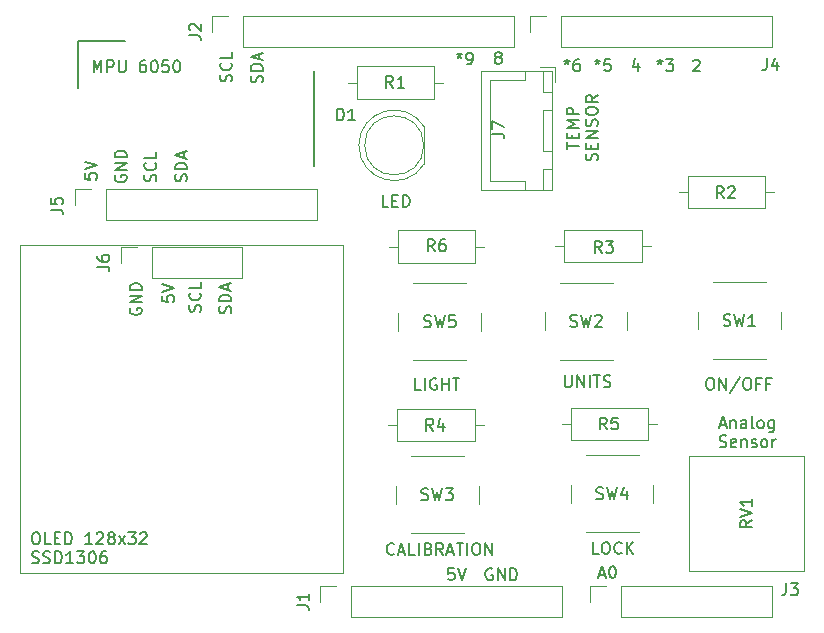
<source format=gbr>
%TF.GenerationSoftware,KiCad,Pcbnew,8.0.5*%
%TF.CreationDate,2025-02-01T09:45:28-07:00*%
%TF.ProjectId,Uno_Shield_ThermoPro,556e6f5f-5368-4696-956c-645f54686572,rev?*%
%TF.SameCoordinates,Original*%
%TF.FileFunction,Legend,Top*%
%TF.FilePolarity,Positive*%
%FSLAX46Y46*%
G04 Gerber Fmt 4.6, Leading zero omitted, Abs format (unit mm)*
G04 Created by KiCad (PCBNEW 8.0.5) date 2025-02-01 09:45:28*
%MOMM*%
%LPD*%
G01*
G04 APERTURE LIST*
%ADD10C,0.150000*%
%ADD11C,0.100000*%
%ADD12C,0.120000*%
G04 APERTURE END LIST*
D10*
X150189160Y-95174104D02*
X150665350Y-95174104D01*
X150093922Y-95459819D02*
X150427255Y-94459819D01*
X150427255Y-94459819D02*
X150760588Y-95459819D01*
X151284398Y-94459819D02*
X151379636Y-94459819D01*
X151379636Y-94459819D02*
X151474874Y-94507438D01*
X151474874Y-94507438D02*
X151522493Y-94555057D01*
X151522493Y-94555057D02*
X151570112Y-94650295D01*
X151570112Y-94650295D02*
X151617731Y-94840771D01*
X151617731Y-94840771D02*
X151617731Y-95078866D01*
X151617731Y-95078866D02*
X151570112Y-95269342D01*
X151570112Y-95269342D02*
X151522493Y-95364580D01*
X151522493Y-95364580D02*
X151474874Y-95412200D01*
X151474874Y-95412200D02*
X151379636Y-95459819D01*
X151379636Y-95459819D02*
X151284398Y-95459819D01*
X151284398Y-95459819D02*
X151189160Y-95412200D01*
X151189160Y-95412200D02*
X151141541Y-95364580D01*
X151141541Y-95364580D02*
X151093922Y-95269342D01*
X151093922Y-95269342D02*
X151046303Y-95078866D01*
X151046303Y-95078866D02*
X151046303Y-94840771D01*
X151046303Y-94840771D02*
X151093922Y-94650295D01*
X151093922Y-94650295D02*
X151141541Y-94555057D01*
X151141541Y-94555057D02*
X151189160Y-94507438D01*
X151189160Y-94507438D02*
X151284398Y-94459819D01*
X141150588Y-94707438D02*
X141055350Y-94659819D01*
X141055350Y-94659819D02*
X140912493Y-94659819D01*
X140912493Y-94659819D02*
X140769636Y-94707438D01*
X140769636Y-94707438D02*
X140674398Y-94802676D01*
X140674398Y-94802676D02*
X140626779Y-94897914D01*
X140626779Y-94897914D02*
X140579160Y-95088390D01*
X140579160Y-95088390D02*
X140579160Y-95231247D01*
X140579160Y-95231247D02*
X140626779Y-95421723D01*
X140626779Y-95421723D02*
X140674398Y-95516961D01*
X140674398Y-95516961D02*
X140769636Y-95612200D01*
X140769636Y-95612200D02*
X140912493Y-95659819D01*
X140912493Y-95659819D02*
X141007731Y-95659819D01*
X141007731Y-95659819D02*
X141150588Y-95612200D01*
X141150588Y-95612200D02*
X141198207Y-95564580D01*
X141198207Y-95564580D02*
X141198207Y-95231247D01*
X141198207Y-95231247D02*
X141007731Y-95231247D01*
X141626779Y-95659819D02*
X141626779Y-94659819D01*
X141626779Y-94659819D02*
X142198207Y-95659819D01*
X142198207Y-95659819D02*
X142198207Y-94659819D01*
X142674398Y-95659819D02*
X142674398Y-94659819D01*
X142674398Y-94659819D02*
X142912493Y-94659819D01*
X142912493Y-94659819D02*
X143055350Y-94707438D01*
X143055350Y-94707438D02*
X143150588Y-94802676D01*
X143150588Y-94802676D02*
X143198207Y-94897914D01*
X143198207Y-94897914D02*
X143245826Y-95088390D01*
X143245826Y-95088390D02*
X143245826Y-95231247D01*
X143245826Y-95231247D02*
X143198207Y-95421723D01*
X143198207Y-95421723D02*
X143150588Y-95516961D01*
X143150588Y-95516961D02*
X143055350Y-95612200D01*
X143055350Y-95612200D02*
X142912493Y-95659819D01*
X142912493Y-95659819D02*
X142674398Y-95659819D01*
X137922969Y-94639819D02*
X137446779Y-94639819D01*
X137446779Y-94639819D02*
X137399160Y-95116009D01*
X137399160Y-95116009D02*
X137446779Y-95068390D01*
X137446779Y-95068390D02*
X137542017Y-95020771D01*
X137542017Y-95020771D02*
X137780112Y-95020771D01*
X137780112Y-95020771D02*
X137875350Y-95068390D01*
X137875350Y-95068390D02*
X137922969Y-95116009D01*
X137922969Y-95116009D02*
X137970588Y-95211247D01*
X137970588Y-95211247D02*
X137970588Y-95449342D01*
X137970588Y-95449342D02*
X137922969Y-95544580D01*
X137922969Y-95544580D02*
X137875350Y-95592200D01*
X137875350Y-95592200D02*
X137780112Y-95639819D01*
X137780112Y-95639819D02*
X137542017Y-95639819D01*
X137542017Y-95639819D02*
X137446779Y-95592200D01*
X137446779Y-95592200D02*
X137399160Y-95544580D01*
X138256303Y-94639819D02*
X138589636Y-95639819D01*
X138589636Y-95639819D02*
X138922969Y-94639819D01*
X109237438Y-61389411D02*
X109189819Y-61484649D01*
X109189819Y-61484649D02*
X109189819Y-61627506D01*
X109189819Y-61627506D02*
X109237438Y-61770363D01*
X109237438Y-61770363D02*
X109332676Y-61865601D01*
X109332676Y-61865601D02*
X109427914Y-61913220D01*
X109427914Y-61913220D02*
X109618390Y-61960839D01*
X109618390Y-61960839D02*
X109761247Y-61960839D01*
X109761247Y-61960839D02*
X109951723Y-61913220D01*
X109951723Y-61913220D02*
X110046961Y-61865601D01*
X110046961Y-61865601D02*
X110142200Y-61770363D01*
X110142200Y-61770363D02*
X110189819Y-61627506D01*
X110189819Y-61627506D02*
X110189819Y-61532268D01*
X110189819Y-61532268D02*
X110142200Y-61389411D01*
X110142200Y-61389411D02*
X110094580Y-61341792D01*
X110094580Y-61341792D02*
X109761247Y-61341792D01*
X109761247Y-61341792D02*
X109761247Y-61532268D01*
X110189819Y-60913220D02*
X109189819Y-60913220D01*
X109189819Y-60913220D02*
X110189819Y-60341792D01*
X110189819Y-60341792D02*
X109189819Y-60341792D01*
X110189819Y-59865601D02*
X109189819Y-59865601D01*
X109189819Y-59865601D02*
X109189819Y-59627506D01*
X109189819Y-59627506D02*
X109237438Y-59484649D01*
X109237438Y-59484649D02*
X109332676Y-59389411D01*
X109332676Y-59389411D02*
X109427914Y-59341792D01*
X109427914Y-59341792D02*
X109618390Y-59294173D01*
X109618390Y-59294173D02*
X109761247Y-59294173D01*
X109761247Y-59294173D02*
X109951723Y-59341792D01*
X109951723Y-59341792D02*
X110046961Y-59389411D01*
X110046961Y-59389411D02*
X110142200Y-59484649D01*
X110142200Y-59484649D02*
X110189819Y-59627506D01*
X110189819Y-59627506D02*
X110189819Y-59865601D01*
X106659819Y-61207030D02*
X106659819Y-61683220D01*
X106659819Y-61683220D02*
X107136009Y-61730839D01*
X107136009Y-61730839D02*
X107088390Y-61683220D01*
X107088390Y-61683220D02*
X107040771Y-61587982D01*
X107040771Y-61587982D02*
X107040771Y-61349887D01*
X107040771Y-61349887D02*
X107088390Y-61254649D01*
X107088390Y-61254649D02*
X107136009Y-61207030D01*
X107136009Y-61207030D02*
X107231247Y-61159411D01*
X107231247Y-61159411D02*
X107469342Y-61159411D01*
X107469342Y-61159411D02*
X107564580Y-61207030D01*
X107564580Y-61207030D02*
X107612200Y-61254649D01*
X107612200Y-61254649D02*
X107659819Y-61349887D01*
X107659819Y-61349887D02*
X107659819Y-61587982D01*
X107659819Y-61587982D02*
X107612200Y-61683220D01*
X107612200Y-61683220D02*
X107564580Y-61730839D01*
X106659819Y-60873696D02*
X107659819Y-60540363D01*
X107659819Y-60540363D02*
X106659819Y-60207030D01*
X110517438Y-72619411D02*
X110469819Y-72714649D01*
X110469819Y-72714649D02*
X110469819Y-72857506D01*
X110469819Y-72857506D02*
X110517438Y-73000363D01*
X110517438Y-73000363D02*
X110612676Y-73095601D01*
X110612676Y-73095601D02*
X110707914Y-73143220D01*
X110707914Y-73143220D02*
X110898390Y-73190839D01*
X110898390Y-73190839D02*
X111041247Y-73190839D01*
X111041247Y-73190839D02*
X111231723Y-73143220D01*
X111231723Y-73143220D02*
X111326961Y-73095601D01*
X111326961Y-73095601D02*
X111422200Y-73000363D01*
X111422200Y-73000363D02*
X111469819Y-72857506D01*
X111469819Y-72857506D02*
X111469819Y-72762268D01*
X111469819Y-72762268D02*
X111422200Y-72619411D01*
X111422200Y-72619411D02*
X111374580Y-72571792D01*
X111374580Y-72571792D02*
X111041247Y-72571792D01*
X111041247Y-72571792D02*
X111041247Y-72762268D01*
X111469819Y-72143220D02*
X110469819Y-72143220D01*
X110469819Y-72143220D02*
X111469819Y-71571792D01*
X111469819Y-71571792D02*
X110469819Y-71571792D01*
X111469819Y-71095601D02*
X110469819Y-71095601D01*
X110469819Y-71095601D02*
X110469819Y-70857506D01*
X110469819Y-70857506D02*
X110517438Y-70714649D01*
X110517438Y-70714649D02*
X110612676Y-70619411D01*
X110612676Y-70619411D02*
X110707914Y-70571792D01*
X110707914Y-70571792D02*
X110898390Y-70524173D01*
X110898390Y-70524173D02*
X111041247Y-70524173D01*
X111041247Y-70524173D02*
X111231723Y-70571792D01*
X111231723Y-70571792D02*
X111326961Y-70619411D01*
X111326961Y-70619411D02*
X111422200Y-70714649D01*
X111422200Y-70714649D02*
X111469819Y-70857506D01*
X111469819Y-70857506D02*
X111469819Y-71095601D01*
X113219819Y-71567030D02*
X113219819Y-72043220D01*
X113219819Y-72043220D02*
X113696009Y-72090839D01*
X113696009Y-72090839D02*
X113648390Y-72043220D01*
X113648390Y-72043220D02*
X113600771Y-71947982D01*
X113600771Y-71947982D02*
X113600771Y-71709887D01*
X113600771Y-71709887D02*
X113648390Y-71614649D01*
X113648390Y-71614649D02*
X113696009Y-71567030D01*
X113696009Y-71567030D02*
X113791247Y-71519411D01*
X113791247Y-71519411D02*
X114029342Y-71519411D01*
X114029342Y-71519411D02*
X114124580Y-71567030D01*
X114124580Y-71567030D02*
X114172200Y-71614649D01*
X114172200Y-71614649D02*
X114219819Y-71709887D01*
X114219819Y-71709887D02*
X114219819Y-71947982D01*
X114219819Y-71947982D02*
X114172200Y-72043220D01*
X114172200Y-72043220D02*
X114124580Y-72090839D01*
X113219819Y-71233696D02*
X114219819Y-70900363D01*
X114219819Y-70900363D02*
X113219819Y-70567030D01*
X116432200Y-72910839D02*
X116479819Y-72767982D01*
X116479819Y-72767982D02*
X116479819Y-72529887D01*
X116479819Y-72529887D02*
X116432200Y-72434649D01*
X116432200Y-72434649D02*
X116384580Y-72387030D01*
X116384580Y-72387030D02*
X116289342Y-72339411D01*
X116289342Y-72339411D02*
X116194104Y-72339411D01*
X116194104Y-72339411D02*
X116098866Y-72387030D01*
X116098866Y-72387030D02*
X116051247Y-72434649D01*
X116051247Y-72434649D02*
X116003628Y-72529887D01*
X116003628Y-72529887D02*
X115956009Y-72720363D01*
X115956009Y-72720363D02*
X115908390Y-72815601D01*
X115908390Y-72815601D02*
X115860771Y-72863220D01*
X115860771Y-72863220D02*
X115765533Y-72910839D01*
X115765533Y-72910839D02*
X115670295Y-72910839D01*
X115670295Y-72910839D02*
X115575057Y-72863220D01*
X115575057Y-72863220D02*
X115527438Y-72815601D01*
X115527438Y-72815601D02*
X115479819Y-72720363D01*
X115479819Y-72720363D02*
X115479819Y-72482268D01*
X115479819Y-72482268D02*
X115527438Y-72339411D01*
X116384580Y-71339411D02*
X116432200Y-71387030D01*
X116432200Y-71387030D02*
X116479819Y-71529887D01*
X116479819Y-71529887D02*
X116479819Y-71625125D01*
X116479819Y-71625125D02*
X116432200Y-71767982D01*
X116432200Y-71767982D02*
X116336961Y-71863220D01*
X116336961Y-71863220D02*
X116241723Y-71910839D01*
X116241723Y-71910839D02*
X116051247Y-71958458D01*
X116051247Y-71958458D02*
X115908390Y-71958458D01*
X115908390Y-71958458D02*
X115717914Y-71910839D01*
X115717914Y-71910839D02*
X115622676Y-71863220D01*
X115622676Y-71863220D02*
X115527438Y-71767982D01*
X115527438Y-71767982D02*
X115479819Y-71625125D01*
X115479819Y-71625125D02*
X115479819Y-71529887D01*
X115479819Y-71529887D02*
X115527438Y-71387030D01*
X115527438Y-71387030D02*
X115575057Y-71339411D01*
X116479819Y-70434649D02*
X116479819Y-70910839D01*
X116479819Y-70910839D02*
X115479819Y-70910839D01*
X119002200Y-73050839D02*
X119049819Y-72907982D01*
X119049819Y-72907982D02*
X119049819Y-72669887D01*
X119049819Y-72669887D02*
X119002200Y-72574649D01*
X119002200Y-72574649D02*
X118954580Y-72527030D01*
X118954580Y-72527030D02*
X118859342Y-72479411D01*
X118859342Y-72479411D02*
X118764104Y-72479411D01*
X118764104Y-72479411D02*
X118668866Y-72527030D01*
X118668866Y-72527030D02*
X118621247Y-72574649D01*
X118621247Y-72574649D02*
X118573628Y-72669887D01*
X118573628Y-72669887D02*
X118526009Y-72860363D01*
X118526009Y-72860363D02*
X118478390Y-72955601D01*
X118478390Y-72955601D02*
X118430771Y-73003220D01*
X118430771Y-73003220D02*
X118335533Y-73050839D01*
X118335533Y-73050839D02*
X118240295Y-73050839D01*
X118240295Y-73050839D02*
X118145057Y-73003220D01*
X118145057Y-73003220D02*
X118097438Y-72955601D01*
X118097438Y-72955601D02*
X118049819Y-72860363D01*
X118049819Y-72860363D02*
X118049819Y-72622268D01*
X118049819Y-72622268D02*
X118097438Y-72479411D01*
X119049819Y-72050839D02*
X118049819Y-72050839D01*
X118049819Y-72050839D02*
X118049819Y-71812744D01*
X118049819Y-71812744D02*
X118097438Y-71669887D01*
X118097438Y-71669887D02*
X118192676Y-71574649D01*
X118192676Y-71574649D02*
X118287914Y-71527030D01*
X118287914Y-71527030D02*
X118478390Y-71479411D01*
X118478390Y-71479411D02*
X118621247Y-71479411D01*
X118621247Y-71479411D02*
X118811723Y-71527030D01*
X118811723Y-71527030D02*
X118906961Y-71574649D01*
X118906961Y-71574649D02*
X119002200Y-71669887D01*
X119002200Y-71669887D02*
X119049819Y-71812744D01*
X119049819Y-71812744D02*
X119049819Y-72050839D01*
X118764104Y-71098458D02*
X118764104Y-70622268D01*
X119049819Y-71193696D02*
X118049819Y-70860363D01*
X118049819Y-70860363D02*
X119049819Y-70527030D01*
X112662200Y-61890839D02*
X112709819Y-61747982D01*
X112709819Y-61747982D02*
X112709819Y-61509887D01*
X112709819Y-61509887D02*
X112662200Y-61414649D01*
X112662200Y-61414649D02*
X112614580Y-61367030D01*
X112614580Y-61367030D02*
X112519342Y-61319411D01*
X112519342Y-61319411D02*
X112424104Y-61319411D01*
X112424104Y-61319411D02*
X112328866Y-61367030D01*
X112328866Y-61367030D02*
X112281247Y-61414649D01*
X112281247Y-61414649D02*
X112233628Y-61509887D01*
X112233628Y-61509887D02*
X112186009Y-61700363D01*
X112186009Y-61700363D02*
X112138390Y-61795601D01*
X112138390Y-61795601D02*
X112090771Y-61843220D01*
X112090771Y-61843220D02*
X111995533Y-61890839D01*
X111995533Y-61890839D02*
X111900295Y-61890839D01*
X111900295Y-61890839D02*
X111805057Y-61843220D01*
X111805057Y-61843220D02*
X111757438Y-61795601D01*
X111757438Y-61795601D02*
X111709819Y-61700363D01*
X111709819Y-61700363D02*
X111709819Y-61462268D01*
X111709819Y-61462268D02*
X111757438Y-61319411D01*
X112614580Y-60319411D02*
X112662200Y-60367030D01*
X112662200Y-60367030D02*
X112709819Y-60509887D01*
X112709819Y-60509887D02*
X112709819Y-60605125D01*
X112709819Y-60605125D02*
X112662200Y-60747982D01*
X112662200Y-60747982D02*
X112566961Y-60843220D01*
X112566961Y-60843220D02*
X112471723Y-60890839D01*
X112471723Y-60890839D02*
X112281247Y-60938458D01*
X112281247Y-60938458D02*
X112138390Y-60938458D01*
X112138390Y-60938458D02*
X111947914Y-60890839D01*
X111947914Y-60890839D02*
X111852676Y-60843220D01*
X111852676Y-60843220D02*
X111757438Y-60747982D01*
X111757438Y-60747982D02*
X111709819Y-60605125D01*
X111709819Y-60605125D02*
X111709819Y-60509887D01*
X111709819Y-60509887D02*
X111757438Y-60367030D01*
X111757438Y-60367030D02*
X111805057Y-60319411D01*
X112709819Y-59414649D02*
X112709819Y-59890839D01*
X112709819Y-59890839D02*
X111709819Y-59890839D01*
X115252200Y-61870839D02*
X115299819Y-61727982D01*
X115299819Y-61727982D02*
X115299819Y-61489887D01*
X115299819Y-61489887D02*
X115252200Y-61394649D01*
X115252200Y-61394649D02*
X115204580Y-61347030D01*
X115204580Y-61347030D02*
X115109342Y-61299411D01*
X115109342Y-61299411D02*
X115014104Y-61299411D01*
X115014104Y-61299411D02*
X114918866Y-61347030D01*
X114918866Y-61347030D02*
X114871247Y-61394649D01*
X114871247Y-61394649D02*
X114823628Y-61489887D01*
X114823628Y-61489887D02*
X114776009Y-61680363D01*
X114776009Y-61680363D02*
X114728390Y-61775601D01*
X114728390Y-61775601D02*
X114680771Y-61823220D01*
X114680771Y-61823220D02*
X114585533Y-61870839D01*
X114585533Y-61870839D02*
X114490295Y-61870839D01*
X114490295Y-61870839D02*
X114395057Y-61823220D01*
X114395057Y-61823220D02*
X114347438Y-61775601D01*
X114347438Y-61775601D02*
X114299819Y-61680363D01*
X114299819Y-61680363D02*
X114299819Y-61442268D01*
X114299819Y-61442268D02*
X114347438Y-61299411D01*
X115299819Y-60870839D02*
X114299819Y-60870839D01*
X114299819Y-60870839D02*
X114299819Y-60632744D01*
X114299819Y-60632744D02*
X114347438Y-60489887D01*
X114347438Y-60489887D02*
X114442676Y-60394649D01*
X114442676Y-60394649D02*
X114537914Y-60347030D01*
X114537914Y-60347030D02*
X114728390Y-60299411D01*
X114728390Y-60299411D02*
X114871247Y-60299411D01*
X114871247Y-60299411D02*
X115061723Y-60347030D01*
X115061723Y-60347030D02*
X115156961Y-60394649D01*
X115156961Y-60394649D02*
X115252200Y-60489887D01*
X115252200Y-60489887D02*
X115299819Y-60632744D01*
X115299819Y-60632744D02*
X115299819Y-60870839D01*
X115014104Y-59918458D02*
X115014104Y-59442268D01*
X115299819Y-60013696D02*
X114299819Y-59680363D01*
X114299819Y-59680363D02*
X115299819Y-59347030D01*
X119072200Y-53420839D02*
X119119819Y-53277982D01*
X119119819Y-53277982D02*
X119119819Y-53039887D01*
X119119819Y-53039887D02*
X119072200Y-52944649D01*
X119072200Y-52944649D02*
X119024580Y-52897030D01*
X119024580Y-52897030D02*
X118929342Y-52849411D01*
X118929342Y-52849411D02*
X118834104Y-52849411D01*
X118834104Y-52849411D02*
X118738866Y-52897030D01*
X118738866Y-52897030D02*
X118691247Y-52944649D01*
X118691247Y-52944649D02*
X118643628Y-53039887D01*
X118643628Y-53039887D02*
X118596009Y-53230363D01*
X118596009Y-53230363D02*
X118548390Y-53325601D01*
X118548390Y-53325601D02*
X118500771Y-53373220D01*
X118500771Y-53373220D02*
X118405533Y-53420839D01*
X118405533Y-53420839D02*
X118310295Y-53420839D01*
X118310295Y-53420839D02*
X118215057Y-53373220D01*
X118215057Y-53373220D02*
X118167438Y-53325601D01*
X118167438Y-53325601D02*
X118119819Y-53230363D01*
X118119819Y-53230363D02*
X118119819Y-52992268D01*
X118119819Y-52992268D02*
X118167438Y-52849411D01*
X119024580Y-51849411D02*
X119072200Y-51897030D01*
X119072200Y-51897030D02*
X119119819Y-52039887D01*
X119119819Y-52039887D02*
X119119819Y-52135125D01*
X119119819Y-52135125D02*
X119072200Y-52277982D01*
X119072200Y-52277982D02*
X118976961Y-52373220D01*
X118976961Y-52373220D02*
X118881723Y-52420839D01*
X118881723Y-52420839D02*
X118691247Y-52468458D01*
X118691247Y-52468458D02*
X118548390Y-52468458D01*
X118548390Y-52468458D02*
X118357914Y-52420839D01*
X118357914Y-52420839D02*
X118262676Y-52373220D01*
X118262676Y-52373220D02*
X118167438Y-52277982D01*
X118167438Y-52277982D02*
X118119819Y-52135125D01*
X118119819Y-52135125D02*
X118119819Y-52039887D01*
X118119819Y-52039887D02*
X118167438Y-51897030D01*
X118167438Y-51897030D02*
X118215057Y-51849411D01*
X119119819Y-50944649D02*
X119119819Y-51420839D01*
X119119819Y-51420839D02*
X118119819Y-51420839D01*
X121662200Y-53510839D02*
X121709819Y-53367982D01*
X121709819Y-53367982D02*
X121709819Y-53129887D01*
X121709819Y-53129887D02*
X121662200Y-53034649D01*
X121662200Y-53034649D02*
X121614580Y-52987030D01*
X121614580Y-52987030D02*
X121519342Y-52939411D01*
X121519342Y-52939411D02*
X121424104Y-52939411D01*
X121424104Y-52939411D02*
X121328866Y-52987030D01*
X121328866Y-52987030D02*
X121281247Y-53034649D01*
X121281247Y-53034649D02*
X121233628Y-53129887D01*
X121233628Y-53129887D02*
X121186009Y-53320363D01*
X121186009Y-53320363D02*
X121138390Y-53415601D01*
X121138390Y-53415601D02*
X121090771Y-53463220D01*
X121090771Y-53463220D02*
X120995533Y-53510839D01*
X120995533Y-53510839D02*
X120900295Y-53510839D01*
X120900295Y-53510839D02*
X120805057Y-53463220D01*
X120805057Y-53463220D02*
X120757438Y-53415601D01*
X120757438Y-53415601D02*
X120709819Y-53320363D01*
X120709819Y-53320363D02*
X120709819Y-53082268D01*
X120709819Y-53082268D02*
X120757438Y-52939411D01*
X121709819Y-52510839D02*
X120709819Y-52510839D01*
X120709819Y-52510839D02*
X120709819Y-52272744D01*
X120709819Y-52272744D02*
X120757438Y-52129887D01*
X120757438Y-52129887D02*
X120852676Y-52034649D01*
X120852676Y-52034649D02*
X120947914Y-51987030D01*
X120947914Y-51987030D02*
X121138390Y-51939411D01*
X121138390Y-51939411D02*
X121281247Y-51939411D01*
X121281247Y-51939411D02*
X121471723Y-51987030D01*
X121471723Y-51987030D02*
X121566961Y-52034649D01*
X121566961Y-52034649D02*
X121662200Y-52129887D01*
X121662200Y-52129887D02*
X121709819Y-52272744D01*
X121709819Y-52272744D02*
X121709819Y-52510839D01*
X121424104Y-51558458D02*
X121424104Y-51082268D01*
X121709819Y-51653696D02*
X120709819Y-51320363D01*
X120709819Y-51320363D02*
X121709819Y-50987030D01*
X138379636Y-50989819D02*
X138379636Y-51227914D01*
X138141541Y-51132676D02*
X138379636Y-51227914D01*
X138379636Y-51227914D02*
X138617731Y-51132676D01*
X138236779Y-51418390D02*
X138379636Y-51227914D01*
X138379636Y-51227914D02*
X138522493Y-51418390D01*
X139046303Y-51989819D02*
X139236779Y-51989819D01*
X139236779Y-51989819D02*
X139332017Y-51942200D01*
X139332017Y-51942200D02*
X139379636Y-51894580D01*
X139379636Y-51894580D02*
X139474874Y-51751723D01*
X139474874Y-51751723D02*
X139522493Y-51561247D01*
X139522493Y-51561247D02*
X139522493Y-51180295D01*
X139522493Y-51180295D02*
X139474874Y-51085057D01*
X139474874Y-51085057D02*
X139427255Y-51037438D01*
X139427255Y-51037438D02*
X139332017Y-50989819D01*
X139332017Y-50989819D02*
X139141541Y-50989819D01*
X139141541Y-50989819D02*
X139046303Y-51037438D01*
X139046303Y-51037438D02*
X138998684Y-51085057D01*
X138998684Y-51085057D02*
X138951065Y-51180295D01*
X138951065Y-51180295D02*
X138951065Y-51418390D01*
X138951065Y-51418390D02*
X138998684Y-51513628D01*
X138998684Y-51513628D02*
X139046303Y-51561247D01*
X139046303Y-51561247D02*
X139141541Y-51608866D01*
X139141541Y-51608866D02*
X139332017Y-51608866D01*
X139332017Y-51608866D02*
X139427255Y-51561247D01*
X139427255Y-51561247D02*
X139474874Y-51513628D01*
X139474874Y-51513628D02*
X139522493Y-51418390D01*
X141559636Y-51378390D02*
X141464398Y-51330771D01*
X141464398Y-51330771D02*
X141416779Y-51283152D01*
X141416779Y-51283152D02*
X141369160Y-51187914D01*
X141369160Y-51187914D02*
X141369160Y-51140295D01*
X141369160Y-51140295D02*
X141416779Y-51045057D01*
X141416779Y-51045057D02*
X141464398Y-50997438D01*
X141464398Y-50997438D02*
X141559636Y-50949819D01*
X141559636Y-50949819D02*
X141750112Y-50949819D01*
X141750112Y-50949819D02*
X141845350Y-50997438D01*
X141845350Y-50997438D02*
X141892969Y-51045057D01*
X141892969Y-51045057D02*
X141940588Y-51140295D01*
X141940588Y-51140295D02*
X141940588Y-51187914D01*
X141940588Y-51187914D02*
X141892969Y-51283152D01*
X141892969Y-51283152D02*
X141845350Y-51330771D01*
X141845350Y-51330771D02*
X141750112Y-51378390D01*
X141750112Y-51378390D02*
X141559636Y-51378390D01*
X141559636Y-51378390D02*
X141464398Y-51426009D01*
X141464398Y-51426009D02*
X141416779Y-51473628D01*
X141416779Y-51473628D02*
X141369160Y-51568866D01*
X141369160Y-51568866D02*
X141369160Y-51759342D01*
X141369160Y-51759342D02*
X141416779Y-51854580D01*
X141416779Y-51854580D02*
X141464398Y-51902200D01*
X141464398Y-51902200D02*
X141559636Y-51949819D01*
X141559636Y-51949819D02*
X141750112Y-51949819D01*
X141750112Y-51949819D02*
X141845350Y-51902200D01*
X141845350Y-51902200D02*
X141892969Y-51854580D01*
X141892969Y-51854580D02*
X141940588Y-51759342D01*
X141940588Y-51759342D02*
X141940588Y-51568866D01*
X141940588Y-51568866D02*
X141892969Y-51473628D01*
X141892969Y-51473628D02*
X141845350Y-51426009D01*
X141845350Y-51426009D02*
X141750112Y-51378390D01*
X147459636Y-51549819D02*
X147459636Y-51787914D01*
X147221541Y-51692676D02*
X147459636Y-51787914D01*
X147459636Y-51787914D02*
X147697731Y-51692676D01*
X147316779Y-51978390D02*
X147459636Y-51787914D01*
X147459636Y-51787914D02*
X147602493Y-51978390D01*
X148507255Y-51549819D02*
X148316779Y-51549819D01*
X148316779Y-51549819D02*
X148221541Y-51597438D01*
X148221541Y-51597438D02*
X148173922Y-51645057D01*
X148173922Y-51645057D02*
X148078684Y-51787914D01*
X148078684Y-51787914D02*
X148031065Y-51978390D01*
X148031065Y-51978390D02*
X148031065Y-52359342D01*
X148031065Y-52359342D02*
X148078684Y-52454580D01*
X148078684Y-52454580D02*
X148126303Y-52502200D01*
X148126303Y-52502200D02*
X148221541Y-52549819D01*
X148221541Y-52549819D02*
X148412017Y-52549819D01*
X148412017Y-52549819D02*
X148507255Y-52502200D01*
X148507255Y-52502200D02*
X148554874Y-52454580D01*
X148554874Y-52454580D02*
X148602493Y-52359342D01*
X148602493Y-52359342D02*
X148602493Y-52121247D01*
X148602493Y-52121247D02*
X148554874Y-52026009D01*
X148554874Y-52026009D02*
X148507255Y-51978390D01*
X148507255Y-51978390D02*
X148412017Y-51930771D01*
X148412017Y-51930771D02*
X148221541Y-51930771D01*
X148221541Y-51930771D02*
X148126303Y-51978390D01*
X148126303Y-51978390D02*
X148078684Y-52026009D01*
X148078684Y-52026009D02*
X148031065Y-52121247D01*
X150059636Y-51529819D02*
X150059636Y-51767914D01*
X149821541Y-51672676D02*
X150059636Y-51767914D01*
X150059636Y-51767914D02*
X150297731Y-51672676D01*
X149916779Y-51958390D02*
X150059636Y-51767914D01*
X150059636Y-51767914D02*
X150202493Y-51958390D01*
X151154874Y-51529819D02*
X150678684Y-51529819D01*
X150678684Y-51529819D02*
X150631065Y-52006009D01*
X150631065Y-52006009D02*
X150678684Y-51958390D01*
X150678684Y-51958390D02*
X150773922Y-51910771D01*
X150773922Y-51910771D02*
X151012017Y-51910771D01*
X151012017Y-51910771D02*
X151107255Y-51958390D01*
X151107255Y-51958390D02*
X151154874Y-52006009D01*
X151154874Y-52006009D02*
X151202493Y-52101247D01*
X151202493Y-52101247D02*
X151202493Y-52339342D01*
X151202493Y-52339342D02*
X151154874Y-52434580D01*
X151154874Y-52434580D02*
X151107255Y-52482200D01*
X151107255Y-52482200D02*
X151012017Y-52529819D01*
X151012017Y-52529819D02*
X150773922Y-52529819D01*
X150773922Y-52529819D02*
X150678684Y-52482200D01*
X150678684Y-52482200D02*
X150631065Y-52434580D01*
X153515350Y-51863152D02*
X153515350Y-52529819D01*
X153277255Y-51482200D02*
X153039160Y-52196485D01*
X153039160Y-52196485D02*
X153658207Y-52196485D01*
X155339636Y-51559819D02*
X155339636Y-51797914D01*
X155101541Y-51702676D02*
X155339636Y-51797914D01*
X155339636Y-51797914D02*
X155577731Y-51702676D01*
X155196779Y-51988390D02*
X155339636Y-51797914D01*
X155339636Y-51797914D02*
X155482493Y-51988390D01*
X155863446Y-51559819D02*
X156482493Y-51559819D01*
X156482493Y-51559819D02*
X156149160Y-51940771D01*
X156149160Y-51940771D02*
X156292017Y-51940771D01*
X156292017Y-51940771D02*
X156387255Y-51988390D01*
X156387255Y-51988390D02*
X156434874Y-52036009D01*
X156434874Y-52036009D02*
X156482493Y-52131247D01*
X156482493Y-52131247D02*
X156482493Y-52369342D01*
X156482493Y-52369342D02*
X156434874Y-52464580D01*
X156434874Y-52464580D02*
X156387255Y-52512200D01*
X156387255Y-52512200D02*
X156292017Y-52559819D01*
X156292017Y-52559819D02*
X156006303Y-52559819D01*
X156006303Y-52559819D02*
X155911065Y-52512200D01*
X155911065Y-52512200D02*
X155863446Y-52464580D01*
X158159160Y-51675057D02*
X158206779Y-51627438D01*
X158206779Y-51627438D02*
X158302017Y-51579819D01*
X158302017Y-51579819D02*
X158540112Y-51579819D01*
X158540112Y-51579819D02*
X158635350Y-51627438D01*
X158635350Y-51627438D02*
X158682969Y-51675057D01*
X158682969Y-51675057D02*
X158730588Y-51770295D01*
X158730588Y-51770295D02*
X158730588Y-51865533D01*
X158730588Y-51865533D02*
X158682969Y-52008390D01*
X158682969Y-52008390D02*
X158111541Y-52579819D01*
X158111541Y-52579819D02*
X158730588Y-52579819D01*
X132352969Y-64049819D02*
X131876779Y-64049819D01*
X131876779Y-64049819D02*
X131876779Y-63049819D01*
X132686303Y-63526009D02*
X133019636Y-63526009D01*
X133162493Y-64049819D02*
X132686303Y-64049819D01*
X132686303Y-64049819D02*
X132686303Y-63049819D01*
X132686303Y-63049819D02*
X133162493Y-63049819D01*
X133591065Y-64049819D02*
X133591065Y-63049819D01*
X133591065Y-63049819D02*
X133829160Y-63049819D01*
X133829160Y-63049819D02*
X133972017Y-63097438D01*
X133972017Y-63097438D02*
X134067255Y-63192676D01*
X134067255Y-63192676D02*
X134114874Y-63287914D01*
X134114874Y-63287914D02*
X134162493Y-63478390D01*
X134162493Y-63478390D02*
X134162493Y-63621247D01*
X134162493Y-63621247D02*
X134114874Y-63811723D01*
X134114874Y-63811723D02*
X134067255Y-63906961D01*
X134067255Y-63906961D02*
X133972017Y-64002200D01*
X133972017Y-64002200D02*
X133829160Y-64049819D01*
X133829160Y-64049819D02*
X133591065Y-64049819D01*
X147459875Y-59159523D02*
X147459875Y-58588095D01*
X148459875Y-58873809D02*
X147459875Y-58873809D01*
X147936065Y-58254761D02*
X147936065Y-57921428D01*
X148459875Y-57778571D02*
X148459875Y-58254761D01*
X148459875Y-58254761D02*
X147459875Y-58254761D01*
X147459875Y-58254761D02*
X147459875Y-57778571D01*
X148459875Y-57349999D02*
X147459875Y-57349999D01*
X147459875Y-57349999D02*
X148174160Y-57016666D01*
X148174160Y-57016666D02*
X147459875Y-56683333D01*
X147459875Y-56683333D02*
X148459875Y-56683333D01*
X148459875Y-56207142D02*
X147459875Y-56207142D01*
X147459875Y-56207142D02*
X147459875Y-55826190D01*
X147459875Y-55826190D02*
X147507494Y-55730952D01*
X147507494Y-55730952D02*
X147555113Y-55683333D01*
X147555113Y-55683333D02*
X147650351Y-55635714D01*
X147650351Y-55635714D02*
X147793208Y-55635714D01*
X147793208Y-55635714D02*
X147888446Y-55683333D01*
X147888446Y-55683333D02*
X147936065Y-55730952D01*
X147936065Y-55730952D02*
X147983684Y-55826190D01*
X147983684Y-55826190D02*
X147983684Y-56207142D01*
X150022200Y-60111904D02*
X150069819Y-59969047D01*
X150069819Y-59969047D02*
X150069819Y-59730952D01*
X150069819Y-59730952D02*
X150022200Y-59635714D01*
X150022200Y-59635714D02*
X149974580Y-59588095D01*
X149974580Y-59588095D02*
X149879342Y-59540476D01*
X149879342Y-59540476D02*
X149784104Y-59540476D01*
X149784104Y-59540476D02*
X149688866Y-59588095D01*
X149688866Y-59588095D02*
X149641247Y-59635714D01*
X149641247Y-59635714D02*
X149593628Y-59730952D01*
X149593628Y-59730952D02*
X149546009Y-59921428D01*
X149546009Y-59921428D02*
X149498390Y-60016666D01*
X149498390Y-60016666D02*
X149450771Y-60064285D01*
X149450771Y-60064285D02*
X149355533Y-60111904D01*
X149355533Y-60111904D02*
X149260295Y-60111904D01*
X149260295Y-60111904D02*
X149165057Y-60064285D01*
X149165057Y-60064285D02*
X149117438Y-60016666D01*
X149117438Y-60016666D02*
X149069819Y-59921428D01*
X149069819Y-59921428D02*
X149069819Y-59683333D01*
X149069819Y-59683333D02*
X149117438Y-59540476D01*
X149546009Y-59111904D02*
X149546009Y-58778571D01*
X150069819Y-58635714D02*
X150069819Y-59111904D01*
X150069819Y-59111904D02*
X149069819Y-59111904D01*
X149069819Y-59111904D02*
X149069819Y-58635714D01*
X150069819Y-58207142D02*
X149069819Y-58207142D01*
X149069819Y-58207142D02*
X150069819Y-57635714D01*
X150069819Y-57635714D02*
X149069819Y-57635714D01*
X150022200Y-57207142D02*
X150069819Y-57064285D01*
X150069819Y-57064285D02*
X150069819Y-56826190D01*
X150069819Y-56826190D02*
X150022200Y-56730952D01*
X150022200Y-56730952D02*
X149974580Y-56683333D01*
X149974580Y-56683333D02*
X149879342Y-56635714D01*
X149879342Y-56635714D02*
X149784104Y-56635714D01*
X149784104Y-56635714D02*
X149688866Y-56683333D01*
X149688866Y-56683333D02*
X149641247Y-56730952D01*
X149641247Y-56730952D02*
X149593628Y-56826190D01*
X149593628Y-56826190D02*
X149546009Y-57016666D01*
X149546009Y-57016666D02*
X149498390Y-57111904D01*
X149498390Y-57111904D02*
X149450771Y-57159523D01*
X149450771Y-57159523D02*
X149355533Y-57207142D01*
X149355533Y-57207142D02*
X149260295Y-57207142D01*
X149260295Y-57207142D02*
X149165057Y-57159523D01*
X149165057Y-57159523D02*
X149117438Y-57111904D01*
X149117438Y-57111904D02*
X149069819Y-57016666D01*
X149069819Y-57016666D02*
X149069819Y-56778571D01*
X149069819Y-56778571D02*
X149117438Y-56635714D01*
X149069819Y-56016666D02*
X149069819Y-55826190D01*
X149069819Y-55826190D02*
X149117438Y-55730952D01*
X149117438Y-55730952D02*
X149212676Y-55635714D01*
X149212676Y-55635714D02*
X149403152Y-55588095D01*
X149403152Y-55588095D02*
X149736485Y-55588095D01*
X149736485Y-55588095D02*
X149926961Y-55635714D01*
X149926961Y-55635714D02*
X150022200Y-55730952D01*
X150022200Y-55730952D02*
X150069819Y-55826190D01*
X150069819Y-55826190D02*
X150069819Y-56016666D01*
X150069819Y-56016666D02*
X150022200Y-56111904D01*
X150022200Y-56111904D02*
X149926961Y-56207142D01*
X149926961Y-56207142D02*
X149736485Y-56254761D01*
X149736485Y-56254761D02*
X149403152Y-56254761D01*
X149403152Y-56254761D02*
X149212676Y-56207142D01*
X149212676Y-56207142D02*
X149117438Y-56111904D01*
X149117438Y-56111904D02*
X149069819Y-56016666D01*
X150069819Y-54588095D02*
X149593628Y-54921428D01*
X150069819Y-55159523D02*
X149069819Y-55159523D01*
X149069819Y-55159523D02*
X149069819Y-54778571D01*
X149069819Y-54778571D02*
X149117438Y-54683333D01*
X149117438Y-54683333D02*
X149165057Y-54635714D01*
X149165057Y-54635714D02*
X149260295Y-54588095D01*
X149260295Y-54588095D02*
X149403152Y-54588095D01*
X149403152Y-54588095D02*
X149498390Y-54635714D01*
X149498390Y-54635714D02*
X149546009Y-54683333D01*
X149546009Y-54683333D02*
X149593628Y-54778571D01*
X149593628Y-54778571D02*
X149593628Y-55159523D01*
X160420476Y-82504160D02*
X160896666Y-82504160D01*
X160325238Y-82789875D02*
X160658571Y-81789875D01*
X160658571Y-81789875D02*
X160991904Y-82789875D01*
X161325238Y-82123208D02*
X161325238Y-82789875D01*
X161325238Y-82218446D02*
X161372857Y-82170827D01*
X161372857Y-82170827D02*
X161468095Y-82123208D01*
X161468095Y-82123208D02*
X161610952Y-82123208D01*
X161610952Y-82123208D02*
X161706190Y-82170827D01*
X161706190Y-82170827D02*
X161753809Y-82266065D01*
X161753809Y-82266065D02*
X161753809Y-82789875D01*
X162658571Y-82789875D02*
X162658571Y-82266065D01*
X162658571Y-82266065D02*
X162610952Y-82170827D01*
X162610952Y-82170827D02*
X162515714Y-82123208D01*
X162515714Y-82123208D02*
X162325238Y-82123208D01*
X162325238Y-82123208D02*
X162230000Y-82170827D01*
X162658571Y-82742256D02*
X162563333Y-82789875D01*
X162563333Y-82789875D02*
X162325238Y-82789875D01*
X162325238Y-82789875D02*
X162230000Y-82742256D01*
X162230000Y-82742256D02*
X162182381Y-82647017D01*
X162182381Y-82647017D02*
X162182381Y-82551779D01*
X162182381Y-82551779D02*
X162230000Y-82456541D01*
X162230000Y-82456541D02*
X162325238Y-82408922D01*
X162325238Y-82408922D02*
X162563333Y-82408922D01*
X162563333Y-82408922D02*
X162658571Y-82361303D01*
X163277619Y-82789875D02*
X163182381Y-82742256D01*
X163182381Y-82742256D02*
X163134762Y-82647017D01*
X163134762Y-82647017D02*
X163134762Y-81789875D01*
X163801429Y-82789875D02*
X163706191Y-82742256D01*
X163706191Y-82742256D02*
X163658572Y-82694636D01*
X163658572Y-82694636D02*
X163610953Y-82599398D01*
X163610953Y-82599398D02*
X163610953Y-82313684D01*
X163610953Y-82313684D02*
X163658572Y-82218446D01*
X163658572Y-82218446D02*
X163706191Y-82170827D01*
X163706191Y-82170827D02*
X163801429Y-82123208D01*
X163801429Y-82123208D02*
X163944286Y-82123208D01*
X163944286Y-82123208D02*
X164039524Y-82170827D01*
X164039524Y-82170827D02*
X164087143Y-82218446D01*
X164087143Y-82218446D02*
X164134762Y-82313684D01*
X164134762Y-82313684D02*
X164134762Y-82599398D01*
X164134762Y-82599398D02*
X164087143Y-82694636D01*
X164087143Y-82694636D02*
X164039524Y-82742256D01*
X164039524Y-82742256D02*
X163944286Y-82789875D01*
X163944286Y-82789875D02*
X163801429Y-82789875D01*
X164991905Y-82123208D02*
X164991905Y-82932732D01*
X164991905Y-82932732D02*
X164944286Y-83027970D01*
X164944286Y-83027970D02*
X164896667Y-83075589D01*
X164896667Y-83075589D02*
X164801429Y-83123208D01*
X164801429Y-83123208D02*
X164658572Y-83123208D01*
X164658572Y-83123208D02*
X164563334Y-83075589D01*
X164991905Y-82742256D02*
X164896667Y-82789875D01*
X164896667Y-82789875D02*
X164706191Y-82789875D01*
X164706191Y-82789875D02*
X164610953Y-82742256D01*
X164610953Y-82742256D02*
X164563334Y-82694636D01*
X164563334Y-82694636D02*
X164515715Y-82599398D01*
X164515715Y-82599398D02*
X164515715Y-82313684D01*
X164515715Y-82313684D02*
X164563334Y-82218446D01*
X164563334Y-82218446D02*
X164610953Y-82170827D01*
X164610953Y-82170827D02*
X164706191Y-82123208D01*
X164706191Y-82123208D02*
X164896667Y-82123208D01*
X164896667Y-82123208D02*
X164991905Y-82170827D01*
X160396666Y-84352200D02*
X160539523Y-84399819D01*
X160539523Y-84399819D02*
X160777618Y-84399819D01*
X160777618Y-84399819D02*
X160872856Y-84352200D01*
X160872856Y-84352200D02*
X160920475Y-84304580D01*
X160920475Y-84304580D02*
X160968094Y-84209342D01*
X160968094Y-84209342D02*
X160968094Y-84114104D01*
X160968094Y-84114104D02*
X160920475Y-84018866D01*
X160920475Y-84018866D02*
X160872856Y-83971247D01*
X160872856Y-83971247D02*
X160777618Y-83923628D01*
X160777618Y-83923628D02*
X160587142Y-83876009D01*
X160587142Y-83876009D02*
X160491904Y-83828390D01*
X160491904Y-83828390D02*
X160444285Y-83780771D01*
X160444285Y-83780771D02*
X160396666Y-83685533D01*
X160396666Y-83685533D02*
X160396666Y-83590295D01*
X160396666Y-83590295D02*
X160444285Y-83495057D01*
X160444285Y-83495057D02*
X160491904Y-83447438D01*
X160491904Y-83447438D02*
X160587142Y-83399819D01*
X160587142Y-83399819D02*
X160825237Y-83399819D01*
X160825237Y-83399819D02*
X160968094Y-83447438D01*
X161777618Y-84352200D02*
X161682380Y-84399819D01*
X161682380Y-84399819D02*
X161491904Y-84399819D01*
X161491904Y-84399819D02*
X161396666Y-84352200D01*
X161396666Y-84352200D02*
X161349047Y-84256961D01*
X161349047Y-84256961D02*
X161349047Y-83876009D01*
X161349047Y-83876009D02*
X161396666Y-83780771D01*
X161396666Y-83780771D02*
X161491904Y-83733152D01*
X161491904Y-83733152D02*
X161682380Y-83733152D01*
X161682380Y-83733152D02*
X161777618Y-83780771D01*
X161777618Y-83780771D02*
X161825237Y-83876009D01*
X161825237Y-83876009D02*
X161825237Y-83971247D01*
X161825237Y-83971247D02*
X161349047Y-84066485D01*
X162253809Y-83733152D02*
X162253809Y-84399819D01*
X162253809Y-83828390D02*
X162301428Y-83780771D01*
X162301428Y-83780771D02*
X162396666Y-83733152D01*
X162396666Y-83733152D02*
X162539523Y-83733152D01*
X162539523Y-83733152D02*
X162634761Y-83780771D01*
X162634761Y-83780771D02*
X162682380Y-83876009D01*
X162682380Y-83876009D02*
X162682380Y-84399819D01*
X163110952Y-84352200D02*
X163206190Y-84399819D01*
X163206190Y-84399819D02*
X163396666Y-84399819D01*
X163396666Y-84399819D02*
X163491904Y-84352200D01*
X163491904Y-84352200D02*
X163539523Y-84256961D01*
X163539523Y-84256961D02*
X163539523Y-84209342D01*
X163539523Y-84209342D02*
X163491904Y-84114104D01*
X163491904Y-84114104D02*
X163396666Y-84066485D01*
X163396666Y-84066485D02*
X163253809Y-84066485D01*
X163253809Y-84066485D02*
X163158571Y-84018866D01*
X163158571Y-84018866D02*
X163110952Y-83923628D01*
X163110952Y-83923628D02*
X163110952Y-83876009D01*
X163110952Y-83876009D02*
X163158571Y-83780771D01*
X163158571Y-83780771D02*
X163253809Y-83733152D01*
X163253809Y-83733152D02*
X163396666Y-83733152D01*
X163396666Y-83733152D02*
X163491904Y-83780771D01*
X164110952Y-84399819D02*
X164015714Y-84352200D01*
X164015714Y-84352200D02*
X163968095Y-84304580D01*
X163968095Y-84304580D02*
X163920476Y-84209342D01*
X163920476Y-84209342D02*
X163920476Y-83923628D01*
X163920476Y-83923628D02*
X163968095Y-83828390D01*
X163968095Y-83828390D02*
X164015714Y-83780771D01*
X164015714Y-83780771D02*
X164110952Y-83733152D01*
X164110952Y-83733152D02*
X164253809Y-83733152D01*
X164253809Y-83733152D02*
X164349047Y-83780771D01*
X164349047Y-83780771D02*
X164396666Y-83828390D01*
X164396666Y-83828390D02*
X164444285Y-83923628D01*
X164444285Y-83923628D02*
X164444285Y-84209342D01*
X164444285Y-84209342D02*
X164396666Y-84304580D01*
X164396666Y-84304580D02*
X164349047Y-84352200D01*
X164349047Y-84352200D02*
X164253809Y-84399819D01*
X164253809Y-84399819D02*
X164110952Y-84399819D01*
X164872857Y-84399819D02*
X164872857Y-83733152D01*
X164872857Y-83923628D02*
X164920476Y-83828390D01*
X164920476Y-83828390D02*
X164968095Y-83780771D01*
X164968095Y-83780771D02*
X165063333Y-83733152D01*
X165063333Y-83733152D02*
X165158571Y-83733152D01*
X150152969Y-93419819D02*
X149676779Y-93419819D01*
X149676779Y-93419819D02*
X149676779Y-92419819D01*
X150676779Y-92419819D02*
X150867255Y-92419819D01*
X150867255Y-92419819D02*
X150962493Y-92467438D01*
X150962493Y-92467438D02*
X151057731Y-92562676D01*
X151057731Y-92562676D02*
X151105350Y-92753152D01*
X151105350Y-92753152D02*
X151105350Y-93086485D01*
X151105350Y-93086485D02*
X151057731Y-93276961D01*
X151057731Y-93276961D02*
X150962493Y-93372200D01*
X150962493Y-93372200D02*
X150867255Y-93419819D01*
X150867255Y-93419819D02*
X150676779Y-93419819D01*
X150676779Y-93419819D02*
X150581541Y-93372200D01*
X150581541Y-93372200D02*
X150486303Y-93276961D01*
X150486303Y-93276961D02*
X150438684Y-93086485D01*
X150438684Y-93086485D02*
X150438684Y-92753152D01*
X150438684Y-92753152D02*
X150486303Y-92562676D01*
X150486303Y-92562676D02*
X150581541Y-92467438D01*
X150581541Y-92467438D02*
X150676779Y-92419819D01*
X152105350Y-93324580D02*
X152057731Y-93372200D01*
X152057731Y-93372200D02*
X151914874Y-93419819D01*
X151914874Y-93419819D02*
X151819636Y-93419819D01*
X151819636Y-93419819D02*
X151676779Y-93372200D01*
X151676779Y-93372200D02*
X151581541Y-93276961D01*
X151581541Y-93276961D02*
X151533922Y-93181723D01*
X151533922Y-93181723D02*
X151486303Y-92991247D01*
X151486303Y-92991247D02*
X151486303Y-92848390D01*
X151486303Y-92848390D02*
X151533922Y-92657914D01*
X151533922Y-92657914D02*
X151581541Y-92562676D01*
X151581541Y-92562676D02*
X151676779Y-92467438D01*
X151676779Y-92467438D02*
X151819636Y-92419819D01*
X151819636Y-92419819D02*
X151914874Y-92419819D01*
X151914874Y-92419819D02*
X152057731Y-92467438D01*
X152057731Y-92467438D02*
X152105350Y-92515057D01*
X152533922Y-93419819D02*
X152533922Y-92419819D01*
X153105350Y-93419819D02*
X152676779Y-92848390D01*
X153105350Y-92419819D02*
X152533922Y-92991247D01*
X132848207Y-93424580D02*
X132800588Y-93472200D01*
X132800588Y-93472200D02*
X132657731Y-93519819D01*
X132657731Y-93519819D02*
X132562493Y-93519819D01*
X132562493Y-93519819D02*
X132419636Y-93472200D01*
X132419636Y-93472200D02*
X132324398Y-93376961D01*
X132324398Y-93376961D02*
X132276779Y-93281723D01*
X132276779Y-93281723D02*
X132229160Y-93091247D01*
X132229160Y-93091247D02*
X132229160Y-92948390D01*
X132229160Y-92948390D02*
X132276779Y-92757914D01*
X132276779Y-92757914D02*
X132324398Y-92662676D01*
X132324398Y-92662676D02*
X132419636Y-92567438D01*
X132419636Y-92567438D02*
X132562493Y-92519819D01*
X132562493Y-92519819D02*
X132657731Y-92519819D01*
X132657731Y-92519819D02*
X132800588Y-92567438D01*
X132800588Y-92567438D02*
X132848207Y-92615057D01*
X133229160Y-93234104D02*
X133705350Y-93234104D01*
X133133922Y-93519819D02*
X133467255Y-92519819D01*
X133467255Y-92519819D02*
X133800588Y-93519819D01*
X134610112Y-93519819D02*
X134133922Y-93519819D01*
X134133922Y-93519819D02*
X134133922Y-92519819D01*
X134943446Y-93519819D02*
X134943446Y-92519819D01*
X135752969Y-92996009D02*
X135895826Y-93043628D01*
X135895826Y-93043628D02*
X135943445Y-93091247D01*
X135943445Y-93091247D02*
X135991064Y-93186485D01*
X135991064Y-93186485D02*
X135991064Y-93329342D01*
X135991064Y-93329342D02*
X135943445Y-93424580D01*
X135943445Y-93424580D02*
X135895826Y-93472200D01*
X135895826Y-93472200D02*
X135800588Y-93519819D01*
X135800588Y-93519819D02*
X135419636Y-93519819D01*
X135419636Y-93519819D02*
X135419636Y-92519819D01*
X135419636Y-92519819D02*
X135752969Y-92519819D01*
X135752969Y-92519819D02*
X135848207Y-92567438D01*
X135848207Y-92567438D02*
X135895826Y-92615057D01*
X135895826Y-92615057D02*
X135943445Y-92710295D01*
X135943445Y-92710295D02*
X135943445Y-92805533D01*
X135943445Y-92805533D02*
X135895826Y-92900771D01*
X135895826Y-92900771D02*
X135848207Y-92948390D01*
X135848207Y-92948390D02*
X135752969Y-92996009D01*
X135752969Y-92996009D02*
X135419636Y-92996009D01*
X136991064Y-93519819D02*
X136657731Y-93043628D01*
X136419636Y-93519819D02*
X136419636Y-92519819D01*
X136419636Y-92519819D02*
X136800588Y-92519819D01*
X136800588Y-92519819D02*
X136895826Y-92567438D01*
X136895826Y-92567438D02*
X136943445Y-92615057D01*
X136943445Y-92615057D02*
X136991064Y-92710295D01*
X136991064Y-92710295D02*
X136991064Y-92853152D01*
X136991064Y-92853152D02*
X136943445Y-92948390D01*
X136943445Y-92948390D02*
X136895826Y-92996009D01*
X136895826Y-92996009D02*
X136800588Y-93043628D01*
X136800588Y-93043628D02*
X136419636Y-93043628D01*
X137372017Y-93234104D02*
X137848207Y-93234104D01*
X137276779Y-93519819D02*
X137610112Y-92519819D01*
X137610112Y-92519819D02*
X137943445Y-93519819D01*
X138133922Y-92519819D02*
X138705350Y-92519819D01*
X138419636Y-93519819D02*
X138419636Y-92519819D01*
X139038684Y-93519819D02*
X139038684Y-92519819D01*
X139705350Y-92519819D02*
X139895826Y-92519819D01*
X139895826Y-92519819D02*
X139991064Y-92567438D01*
X139991064Y-92567438D02*
X140086302Y-92662676D01*
X140086302Y-92662676D02*
X140133921Y-92853152D01*
X140133921Y-92853152D02*
X140133921Y-93186485D01*
X140133921Y-93186485D02*
X140086302Y-93376961D01*
X140086302Y-93376961D02*
X139991064Y-93472200D01*
X139991064Y-93472200D02*
X139895826Y-93519819D01*
X139895826Y-93519819D02*
X139705350Y-93519819D01*
X139705350Y-93519819D02*
X139610112Y-93472200D01*
X139610112Y-93472200D02*
X139514874Y-93376961D01*
X139514874Y-93376961D02*
X139467255Y-93186485D01*
X139467255Y-93186485D02*
X139467255Y-92853152D01*
X139467255Y-92853152D02*
X139514874Y-92662676D01*
X139514874Y-92662676D02*
X139610112Y-92567438D01*
X139610112Y-92567438D02*
X139705350Y-92519819D01*
X140562493Y-93519819D02*
X140562493Y-92519819D01*
X140562493Y-92519819D02*
X141133921Y-93519819D01*
X141133921Y-93519819D02*
X141133921Y-92519819D01*
X135092969Y-79539819D02*
X134616779Y-79539819D01*
X134616779Y-79539819D02*
X134616779Y-78539819D01*
X135426303Y-79539819D02*
X135426303Y-78539819D01*
X136426302Y-78587438D02*
X136331064Y-78539819D01*
X136331064Y-78539819D02*
X136188207Y-78539819D01*
X136188207Y-78539819D02*
X136045350Y-78587438D01*
X136045350Y-78587438D02*
X135950112Y-78682676D01*
X135950112Y-78682676D02*
X135902493Y-78777914D01*
X135902493Y-78777914D02*
X135854874Y-78968390D01*
X135854874Y-78968390D02*
X135854874Y-79111247D01*
X135854874Y-79111247D02*
X135902493Y-79301723D01*
X135902493Y-79301723D02*
X135950112Y-79396961D01*
X135950112Y-79396961D02*
X136045350Y-79492200D01*
X136045350Y-79492200D02*
X136188207Y-79539819D01*
X136188207Y-79539819D02*
X136283445Y-79539819D01*
X136283445Y-79539819D02*
X136426302Y-79492200D01*
X136426302Y-79492200D02*
X136473921Y-79444580D01*
X136473921Y-79444580D02*
X136473921Y-79111247D01*
X136473921Y-79111247D02*
X136283445Y-79111247D01*
X136902493Y-79539819D02*
X136902493Y-78539819D01*
X136902493Y-79016009D02*
X137473921Y-79016009D01*
X137473921Y-79539819D02*
X137473921Y-78539819D01*
X137807255Y-78539819D02*
X138378683Y-78539819D01*
X138092969Y-79539819D02*
X138092969Y-78539819D01*
X147296779Y-78309819D02*
X147296779Y-79119342D01*
X147296779Y-79119342D02*
X147344398Y-79214580D01*
X147344398Y-79214580D02*
X147392017Y-79262200D01*
X147392017Y-79262200D02*
X147487255Y-79309819D01*
X147487255Y-79309819D02*
X147677731Y-79309819D01*
X147677731Y-79309819D02*
X147772969Y-79262200D01*
X147772969Y-79262200D02*
X147820588Y-79214580D01*
X147820588Y-79214580D02*
X147868207Y-79119342D01*
X147868207Y-79119342D02*
X147868207Y-78309819D01*
X148344398Y-79309819D02*
X148344398Y-78309819D01*
X148344398Y-78309819D02*
X148915826Y-79309819D01*
X148915826Y-79309819D02*
X148915826Y-78309819D01*
X149392017Y-79309819D02*
X149392017Y-78309819D01*
X149725350Y-78309819D02*
X150296778Y-78309819D01*
X150011064Y-79309819D02*
X150011064Y-78309819D01*
X150582493Y-79262200D02*
X150725350Y-79309819D01*
X150725350Y-79309819D02*
X150963445Y-79309819D01*
X150963445Y-79309819D02*
X151058683Y-79262200D01*
X151058683Y-79262200D02*
X151106302Y-79214580D01*
X151106302Y-79214580D02*
X151153921Y-79119342D01*
X151153921Y-79119342D02*
X151153921Y-79024104D01*
X151153921Y-79024104D02*
X151106302Y-78928866D01*
X151106302Y-78928866D02*
X151058683Y-78881247D01*
X151058683Y-78881247D02*
X150963445Y-78833628D01*
X150963445Y-78833628D02*
X150772969Y-78786009D01*
X150772969Y-78786009D02*
X150677731Y-78738390D01*
X150677731Y-78738390D02*
X150630112Y-78690771D01*
X150630112Y-78690771D02*
X150582493Y-78595533D01*
X150582493Y-78595533D02*
X150582493Y-78500295D01*
X150582493Y-78500295D02*
X150630112Y-78405057D01*
X150630112Y-78405057D02*
X150677731Y-78357438D01*
X150677731Y-78357438D02*
X150772969Y-78309819D01*
X150772969Y-78309819D02*
X151011064Y-78309819D01*
X151011064Y-78309819D02*
X151153921Y-78357438D01*
X159507255Y-78529819D02*
X159697731Y-78529819D01*
X159697731Y-78529819D02*
X159792969Y-78577438D01*
X159792969Y-78577438D02*
X159888207Y-78672676D01*
X159888207Y-78672676D02*
X159935826Y-78863152D01*
X159935826Y-78863152D02*
X159935826Y-79196485D01*
X159935826Y-79196485D02*
X159888207Y-79386961D01*
X159888207Y-79386961D02*
X159792969Y-79482200D01*
X159792969Y-79482200D02*
X159697731Y-79529819D01*
X159697731Y-79529819D02*
X159507255Y-79529819D01*
X159507255Y-79529819D02*
X159412017Y-79482200D01*
X159412017Y-79482200D02*
X159316779Y-79386961D01*
X159316779Y-79386961D02*
X159269160Y-79196485D01*
X159269160Y-79196485D02*
X159269160Y-78863152D01*
X159269160Y-78863152D02*
X159316779Y-78672676D01*
X159316779Y-78672676D02*
X159412017Y-78577438D01*
X159412017Y-78577438D02*
X159507255Y-78529819D01*
X160364398Y-79529819D02*
X160364398Y-78529819D01*
X160364398Y-78529819D02*
X160935826Y-79529819D01*
X160935826Y-79529819D02*
X160935826Y-78529819D01*
X162126302Y-78482200D02*
X161269160Y-79767914D01*
X162650112Y-78529819D02*
X162840588Y-78529819D01*
X162840588Y-78529819D02*
X162935826Y-78577438D01*
X162935826Y-78577438D02*
X163031064Y-78672676D01*
X163031064Y-78672676D02*
X163078683Y-78863152D01*
X163078683Y-78863152D02*
X163078683Y-79196485D01*
X163078683Y-79196485D02*
X163031064Y-79386961D01*
X163031064Y-79386961D02*
X162935826Y-79482200D01*
X162935826Y-79482200D02*
X162840588Y-79529819D01*
X162840588Y-79529819D02*
X162650112Y-79529819D01*
X162650112Y-79529819D02*
X162554874Y-79482200D01*
X162554874Y-79482200D02*
X162459636Y-79386961D01*
X162459636Y-79386961D02*
X162412017Y-79196485D01*
X162412017Y-79196485D02*
X162412017Y-78863152D01*
X162412017Y-78863152D02*
X162459636Y-78672676D01*
X162459636Y-78672676D02*
X162554874Y-78577438D01*
X162554874Y-78577438D02*
X162650112Y-78529819D01*
X163840588Y-79006009D02*
X163507255Y-79006009D01*
X163507255Y-79529819D02*
X163507255Y-78529819D01*
X163507255Y-78529819D02*
X163983445Y-78529819D01*
X164697731Y-79006009D02*
X164364398Y-79006009D01*
X164364398Y-79529819D02*
X164364398Y-78529819D01*
X164364398Y-78529819D02*
X164840588Y-78529819D01*
X102427255Y-91609875D02*
X102617731Y-91609875D01*
X102617731Y-91609875D02*
X102712969Y-91657494D01*
X102712969Y-91657494D02*
X102808207Y-91752732D01*
X102808207Y-91752732D02*
X102855826Y-91943208D01*
X102855826Y-91943208D02*
X102855826Y-92276541D01*
X102855826Y-92276541D02*
X102808207Y-92467017D01*
X102808207Y-92467017D02*
X102712969Y-92562256D01*
X102712969Y-92562256D02*
X102617731Y-92609875D01*
X102617731Y-92609875D02*
X102427255Y-92609875D01*
X102427255Y-92609875D02*
X102332017Y-92562256D01*
X102332017Y-92562256D02*
X102236779Y-92467017D01*
X102236779Y-92467017D02*
X102189160Y-92276541D01*
X102189160Y-92276541D02*
X102189160Y-91943208D01*
X102189160Y-91943208D02*
X102236779Y-91752732D01*
X102236779Y-91752732D02*
X102332017Y-91657494D01*
X102332017Y-91657494D02*
X102427255Y-91609875D01*
X103760588Y-92609875D02*
X103284398Y-92609875D01*
X103284398Y-92609875D02*
X103284398Y-91609875D01*
X104093922Y-92086065D02*
X104427255Y-92086065D01*
X104570112Y-92609875D02*
X104093922Y-92609875D01*
X104093922Y-92609875D02*
X104093922Y-91609875D01*
X104093922Y-91609875D02*
X104570112Y-91609875D01*
X104998684Y-92609875D02*
X104998684Y-91609875D01*
X104998684Y-91609875D02*
X105236779Y-91609875D01*
X105236779Y-91609875D02*
X105379636Y-91657494D01*
X105379636Y-91657494D02*
X105474874Y-91752732D01*
X105474874Y-91752732D02*
X105522493Y-91847970D01*
X105522493Y-91847970D02*
X105570112Y-92038446D01*
X105570112Y-92038446D02*
X105570112Y-92181303D01*
X105570112Y-92181303D02*
X105522493Y-92371779D01*
X105522493Y-92371779D02*
X105474874Y-92467017D01*
X105474874Y-92467017D02*
X105379636Y-92562256D01*
X105379636Y-92562256D02*
X105236779Y-92609875D01*
X105236779Y-92609875D02*
X104998684Y-92609875D01*
X107284398Y-92609875D02*
X106712970Y-92609875D01*
X106998684Y-92609875D02*
X106998684Y-91609875D01*
X106998684Y-91609875D02*
X106903446Y-91752732D01*
X106903446Y-91752732D02*
X106808208Y-91847970D01*
X106808208Y-91847970D02*
X106712970Y-91895589D01*
X107665351Y-91705113D02*
X107712970Y-91657494D01*
X107712970Y-91657494D02*
X107808208Y-91609875D01*
X107808208Y-91609875D02*
X108046303Y-91609875D01*
X108046303Y-91609875D02*
X108141541Y-91657494D01*
X108141541Y-91657494D02*
X108189160Y-91705113D01*
X108189160Y-91705113D02*
X108236779Y-91800351D01*
X108236779Y-91800351D02*
X108236779Y-91895589D01*
X108236779Y-91895589D02*
X108189160Y-92038446D01*
X108189160Y-92038446D02*
X107617732Y-92609875D01*
X107617732Y-92609875D02*
X108236779Y-92609875D01*
X108808208Y-92038446D02*
X108712970Y-91990827D01*
X108712970Y-91990827D02*
X108665351Y-91943208D01*
X108665351Y-91943208D02*
X108617732Y-91847970D01*
X108617732Y-91847970D02*
X108617732Y-91800351D01*
X108617732Y-91800351D02*
X108665351Y-91705113D01*
X108665351Y-91705113D02*
X108712970Y-91657494D01*
X108712970Y-91657494D02*
X108808208Y-91609875D01*
X108808208Y-91609875D02*
X108998684Y-91609875D01*
X108998684Y-91609875D02*
X109093922Y-91657494D01*
X109093922Y-91657494D02*
X109141541Y-91705113D01*
X109141541Y-91705113D02*
X109189160Y-91800351D01*
X109189160Y-91800351D02*
X109189160Y-91847970D01*
X109189160Y-91847970D02*
X109141541Y-91943208D01*
X109141541Y-91943208D02*
X109093922Y-91990827D01*
X109093922Y-91990827D02*
X108998684Y-92038446D01*
X108998684Y-92038446D02*
X108808208Y-92038446D01*
X108808208Y-92038446D02*
X108712970Y-92086065D01*
X108712970Y-92086065D02*
X108665351Y-92133684D01*
X108665351Y-92133684D02*
X108617732Y-92228922D01*
X108617732Y-92228922D02*
X108617732Y-92419398D01*
X108617732Y-92419398D02*
X108665351Y-92514636D01*
X108665351Y-92514636D02*
X108712970Y-92562256D01*
X108712970Y-92562256D02*
X108808208Y-92609875D01*
X108808208Y-92609875D02*
X108998684Y-92609875D01*
X108998684Y-92609875D02*
X109093922Y-92562256D01*
X109093922Y-92562256D02*
X109141541Y-92514636D01*
X109141541Y-92514636D02*
X109189160Y-92419398D01*
X109189160Y-92419398D02*
X109189160Y-92228922D01*
X109189160Y-92228922D02*
X109141541Y-92133684D01*
X109141541Y-92133684D02*
X109093922Y-92086065D01*
X109093922Y-92086065D02*
X108998684Y-92038446D01*
X109522494Y-92609875D02*
X110046303Y-91943208D01*
X109522494Y-91943208D02*
X110046303Y-92609875D01*
X110332018Y-91609875D02*
X110951065Y-91609875D01*
X110951065Y-91609875D02*
X110617732Y-91990827D01*
X110617732Y-91990827D02*
X110760589Y-91990827D01*
X110760589Y-91990827D02*
X110855827Y-92038446D01*
X110855827Y-92038446D02*
X110903446Y-92086065D01*
X110903446Y-92086065D02*
X110951065Y-92181303D01*
X110951065Y-92181303D02*
X110951065Y-92419398D01*
X110951065Y-92419398D02*
X110903446Y-92514636D01*
X110903446Y-92514636D02*
X110855827Y-92562256D01*
X110855827Y-92562256D02*
X110760589Y-92609875D01*
X110760589Y-92609875D02*
X110474875Y-92609875D01*
X110474875Y-92609875D02*
X110379637Y-92562256D01*
X110379637Y-92562256D02*
X110332018Y-92514636D01*
X111332018Y-91705113D02*
X111379637Y-91657494D01*
X111379637Y-91657494D02*
X111474875Y-91609875D01*
X111474875Y-91609875D02*
X111712970Y-91609875D01*
X111712970Y-91609875D02*
X111808208Y-91657494D01*
X111808208Y-91657494D02*
X111855827Y-91705113D01*
X111855827Y-91705113D02*
X111903446Y-91800351D01*
X111903446Y-91800351D02*
X111903446Y-91895589D01*
X111903446Y-91895589D02*
X111855827Y-92038446D01*
X111855827Y-92038446D02*
X111284399Y-92609875D01*
X111284399Y-92609875D02*
X111903446Y-92609875D01*
X102189160Y-94172200D02*
X102332017Y-94219819D01*
X102332017Y-94219819D02*
X102570112Y-94219819D01*
X102570112Y-94219819D02*
X102665350Y-94172200D01*
X102665350Y-94172200D02*
X102712969Y-94124580D01*
X102712969Y-94124580D02*
X102760588Y-94029342D01*
X102760588Y-94029342D02*
X102760588Y-93934104D01*
X102760588Y-93934104D02*
X102712969Y-93838866D01*
X102712969Y-93838866D02*
X102665350Y-93791247D01*
X102665350Y-93791247D02*
X102570112Y-93743628D01*
X102570112Y-93743628D02*
X102379636Y-93696009D01*
X102379636Y-93696009D02*
X102284398Y-93648390D01*
X102284398Y-93648390D02*
X102236779Y-93600771D01*
X102236779Y-93600771D02*
X102189160Y-93505533D01*
X102189160Y-93505533D02*
X102189160Y-93410295D01*
X102189160Y-93410295D02*
X102236779Y-93315057D01*
X102236779Y-93315057D02*
X102284398Y-93267438D01*
X102284398Y-93267438D02*
X102379636Y-93219819D01*
X102379636Y-93219819D02*
X102617731Y-93219819D01*
X102617731Y-93219819D02*
X102760588Y-93267438D01*
X103141541Y-94172200D02*
X103284398Y-94219819D01*
X103284398Y-94219819D02*
X103522493Y-94219819D01*
X103522493Y-94219819D02*
X103617731Y-94172200D01*
X103617731Y-94172200D02*
X103665350Y-94124580D01*
X103665350Y-94124580D02*
X103712969Y-94029342D01*
X103712969Y-94029342D02*
X103712969Y-93934104D01*
X103712969Y-93934104D02*
X103665350Y-93838866D01*
X103665350Y-93838866D02*
X103617731Y-93791247D01*
X103617731Y-93791247D02*
X103522493Y-93743628D01*
X103522493Y-93743628D02*
X103332017Y-93696009D01*
X103332017Y-93696009D02*
X103236779Y-93648390D01*
X103236779Y-93648390D02*
X103189160Y-93600771D01*
X103189160Y-93600771D02*
X103141541Y-93505533D01*
X103141541Y-93505533D02*
X103141541Y-93410295D01*
X103141541Y-93410295D02*
X103189160Y-93315057D01*
X103189160Y-93315057D02*
X103236779Y-93267438D01*
X103236779Y-93267438D02*
X103332017Y-93219819D01*
X103332017Y-93219819D02*
X103570112Y-93219819D01*
X103570112Y-93219819D02*
X103712969Y-93267438D01*
X104141541Y-94219819D02*
X104141541Y-93219819D01*
X104141541Y-93219819D02*
X104379636Y-93219819D01*
X104379636Y-93219819D02*
X104522493Y-93267438D01*
X104522493Y-93267438D02*
X104617731Y-93362676D01*
X104617731Y-93362676D02*
X104665350Y-93457914D01*
X104665350Y-93457914D02*
X104712969Y-93648390D01*
X104712969Y-93648390D02*
X104712969Y-93791247D01*
X104712969Y-93791247D02*
X104665350Y-93981723D01*
X104665350Y-93981723D02*
X104617731Y-94076961D01*
X104617731Y-94076961D02*
X104522493Y-94172200D01*
X104522493Y-94172200D02*
X104379636Y-94219819D01*
X104379636Y-94219819D02*
X104141541Y-94219819D01*
X105665350Y-94219819D02*
X105093922Y-94219819D01*
X105379636Y-94219819D02*
X105379636Y-93219819D01*
X105379636Y-93219819D02*
X105284398Y-93362676D01*
X105284398Y-93362676D02*
X105189160Y-93457914D01*
X105189160Y-93457914D02*
X105093922Y-93505533D01*
X105998684Y-93219819D02*
X106617731Y-93219819D01*
X106617731Y-93219819D02*
X106284398Y-93600771D01*
X106284398Y-93600771D02*
X106427255Y-93600771D01*
X106427255Y-93600771D02*
X106522493Y-93648390D01*
X106522493Y-93648390D02*
X106570112Y-93696009D01*
X106570112Y-93696009D02*
X106617731Y-93791247D01*
X106617731Y-93791247D02*
X106617731Y-94029342D01*
X106617731Y-94029342D02*
X106570112Y-94124580D01*
X106570112Y-94124580D02*
X106522493Y-94172200D01*
X106522493Y-94172200D02*
X106427255Y-94219819D01*
X106427255Y-94219819D02*
X106141541Y-94219819D01*
X106141541Y-94219819D02*
X106046303Y-94172200D01*
X106046303Y-94172200D02*
X105998684Y-94124580D01*
X107236779Y-93219819D02*
X107332017Y-93219819D01*
X107332017Y-93219819D02*
X107427255Y-93267438D01*
X107427255Y-93267438D02*
X107474874Y-93315057D01*
X107474874Y-93315057D02*
X107522493Y-93410295D01*
X107522493Y-93410295D02*
X107570112Y-93600771D01*
X107570112Y-93600771D02*
X107570112Y-93838866D01*
X107570112Y-93838866D02*
X107522493Y-94029342D01*
X107522493Y-94029342D02*
X107474874Y-94124580D01*
X107474874Y-94124580D02*
X107427255Y-94172200D01*
X107427255Y-94172200D02*
X107332017Y-94219819D01*
X107332017Y-94219819D02*
X107236779Y-94219819D01*
X107236779Y-94219819D02*
X107141541Y-94172200D01*
X107141541Y-94172200D02*
X107093922Y-94124580D01*
X107093922Y-94124580D02*
X107046303Y-94029342D01*
X107046303Y-94029342D02*
X106998684Y-93838866D01*
X106998684Y-93838866D02*
X106998684Y-93600771D01*
X106998684Y-93600771D02*
X107046303Y-93410295D01*
X107046303Y-93410295D02*
X107093922Y-93315057D01*
X107093922Y-93315057D02*
X107141541Y-93267438D01*
X107141541Y-93267438D02*
X107236779Y-93219819D01*
X108427255Y-93219819D02*
X108236779Y-93219819D01*
X108236779Y-93219819D02*
X108141541Y-93267438D01*
X108141541Y-93267438D02*
X108093922Y-93315057D01*
X108093922Y-93315057D02*
X107998684Y-93457914D01*
X107998684Y-93457914D02*
X107951065Y-93648390D01*
X107951065Y-93648390D02*
X107951065Y-94029342D01*
X107951065Y-94029342D02*
X107998684Y-94124580D01*
X107998684Y-94124580D02*
X108046303Y-94172200D01*
X108046303Y-94172200D02*
X108141541Y-94219819D01*
X108141541Y-94219819D02*
X108332017Y-94219819D01*
X108332017Y-94219819D02*
X108427255Y-94172200D01*
X108427255Y-94172200D02*
X108474874Y-94124580D01*
X108474874Y-94124580D02*
X108522493Y-94029342D01*
X108522493Y-94029342D02*
X108522493Y-93791247D01*
X108522493Y-93791247D02*
X108474874Y-93696009D01*
X108474874Y-93696009D02*
X108427255Y-93648390D01*
X108427255Y-93648390D02*
X108332017Y-93600771D01*
X108332017Y-93600771D02*
X108141541Y-93600771D01*
X108141541Y-93600771D02*
X108046303Y-93648390D01*
X108046303Y-93648390D02*
X107998684Y-93696009D01*
X107998684Y-93696009D02*
X107951065Y-93791247D01*
X126060000Y-60560000D02*
X126060000Y-52560000D01*
X106060000Y-49980000D02*
X106060000Y-53980000D01*
X106060000Y-49980000D02*
X110060000Y-49980000D01*
D11*
X101190000Y-67265000D02*
X128490000Y-67265000D01*
X128490000Y-95065000D01*
X101190000Y-95065000D01*
X101190000Y-67265000D01*
D10*
X107396779Y-52639819D02*
X107396779Y-51639819D01*
X107396779Y-51639819D02*
X107730112Y-52354104D01*
X107730112Y-52354104D02*
X108063445Y-51639819D01*
X108063445Y-51639819D02*
X108063445Y-52639819D01*
X108539636Y-52639819D02*
X108539636Y-51639819D01*
X108539636Y-51639819D02*
X108920588Y-51639819D01*
X108920588Y-51639819D02*
X109015826Y-51687438D01*
X109015826Y-51687438D02*
X109063445Y-51735057D01*
X109063445Y-51735057D02*
X109111064Y-51830295D01*
X109111064Y-51830295D02*
X109111064Y-51973152D01*
X109111064Y-51973152D02*
X109063445Y-52068390D01*
X109063445Y-52068390D02*
X109015826Y-52116009D01*
X109015826Y-52116009D02*
X108920588Y-52163628D01*
X108920588Y-52163628D02*
X108539636Y-52163628D01*
X109539636Y-51639819D02*
X109539636Y-52449342D01*
X109539636Y-52449342D02*
X109587255Y-52544580D01*
X109587255Y-52544580D02*
X109634874Y-52592200D01*
X109634874Y-52592200D02*
X109730112Y-52639819D01*
X109730112Y-52639819D02*
X109920588Y-52639819D01*
X109920588Y-52639819D02*
X110015826Y-52592200D01*
X110015826Y-52592200D02*
X110063445Y-52544580D01*
X110063445Y-52544580D02*
X110111064Y-52449342D01*
X110111064Y-52449342D02*
X110111064Y-51639819D01*
X111777731Y-51639819D02*
X111587255Y-51639819D01*
X111587255Y-51639819D02*
X111492017Y-51687438D01*
X111492017Y-51687438D02*
X111444398Y-51735057D01*
X111444398Y-51735057D02*
X111349160Y-51877914D01*
X111349160Y-51877914D02*
X111301541Y-52068390D01*
X111301541Y-52068390D02*
X111301541Y-52449342D01*
X111301541Y-52449342D02*
X111349160Y-52544580D01*
X111349160Y-52544580D02*
X111396779Y-52592200D01*
X111396779Y-52592200D02*
X111492017Y-52639819D01*
X111492017Y-52639819D02*
X111682493Y-52639819D01*
X111682493Y-52639819D02*
X111777731Y-52592200D01*
X111777731Y-52592200D02*
X111825350Y-52544580D01*
X111825350Y-52544580D02*
X111872969Y-52449342D01*
X111872969Y-52449342D02*
X111872969Y-52211247D01*
X111872969Y-52211247D02*
X111825350Y-52116009D01*
X111825350Y-52116009D02*
X111777731Y-52068390D01*
X111777731Y-52068390D02*
X111682493Y-52020771D01*
X111682493Y-52020771D02*
X111492017Y-52020771D01*
X111492017Y-52020771D02*
X111396779Y-52068390D01*
X111396779Y-52068390D02*
X111349160Y-52116009D01*
X111349160Y-52116009D02*
X111301541Y-52211247D01*
X112492017Y-51639819D02*
X112587255Y-51639819D01*
X112587255Y-51639819D02*
X112682493Y-51687438D01*
X112682493Y-51687438D02*
X112730112Y-51735057D01*
X112730112Y-51735057D02*
X112777731Y-51830295D01*
X112777731Y-51830295D02*
X112825350Y-52020771D01*
X112825350Y-52020771D02*
X112825350Y-52258866D01*
X112825350Y-52258866D02*
X112777731Y-52449342D01*
X112777731Y-52449342D02*
X112730112Y-52544580D01*
X112730112Y-52544580D02*
X112682493Y-52592200D01*
X112682493Y-52592200D02*
X112587255Y-52639819D01*
X112587255Y-52639819D02*
X112492017Y-52639819D01*
X112492017Y-52639819D02*
X112396779Y-52592200D01*
X112396779Y-52592200D02*
X112349160Y-52544580D01*
X112349160Y-52544580D02*
X112301541Y-52449342D01*
X112301541Y-52449342D02*
X112253922Y-52258866D01*
X112253922Y-52258866D02*
X112253922Y-52020771D01*
X112253922Y-52020771D02*
X112301541Y-51830295D01*
X112301541Y-51830295D02*
X112349160Y-51735057D01*
X112349160Y-51735057D02*
X112396779Y-51687438D01*
X112396779Y-51687438D02*
X112492017Y-51639819D01*
X113730112Y-51639819D02*
X113253922Y-51639819D01*
X113253922Y-51639819D02*
X113206303Y-52116009D01*
X113206303Y-52116009D02*
X113253922Y-52068390D01*
X113253922Y-52068390D02*
X113349160Y-52020771D01*
X113349160Y-52020771D02*
X113587255Y-52020771D01*
X113587255Y-52020771D02*
X113682493Y-52068390D01*
X113682493Y-52068390D02*
X113730112Y-52116009D01*
X113730112Y-52116009D02*
X113777731Y-52211247D01*
X113777731Y-52211247D02*
X113777731Y-52449342D01*
X113777731Y-52449342D02*
X113730112Y-52544580D01*
X113730112Y-52544580D02*
X113682493Y-52592200D01*
X113682493Y-52592200D02*
X113587255Y-52639819D01*
X113587255Y-52639819D02*
X113349160Y-52639819D01*
X113349160Y-52639819D02*
X113253922Y-52592200D01*
X113253922Y-52592200D02*
X113206303Y-52544580D01*
X114396779Y-51639819D02*
X114492017Y-51639819D01*
X114492017Y-51639819D02*
X114587255Y-51687438D01*
X114587255Y-51687438D02*
X114634874Y-51735057D01*
X114634874Y-51735057D02*
X114682493Y-51830295D01*
X114682493Y-51830295D02*
X114730112Y-52020771D01*
X114730112Y-52020771D02*
X114730112Y-52258866D01*
X114730112Y-52258866D02*
X114682493Y-52449342D01*
X114682493Y-52449342D02*
X114634874Y-52544580D01*
X114634874Y-52544580D02*
X114587255Y-52592200D01*
X114587255Y-52592200D02*
X114492017Y-52639819D01*
X114492017Y-52639819D02*
X114396779Y-52639819D01*
X114396779Y-52639819D02*
X114301541Y-52592200D01*
X114301541Y-52592200D02*
X114253922Y-52544580D01*
X114253922Y-52544580D02*
X114206303Y-52449342D01*
X114206303Y-52449342D02*
X114158684Y-52258866D01*
X114158684Y-52258866D02*
X114158684Y-52020771D01*
X114158684Y-52020771D02*
X114206303Y-51830295D01*
X114206303Y-51830295D02*
X114253922Y-51735057D01*
X114253922Y-51735057D02*
X114301541Y-51687438D01*
X114301541Y-51687438D02*
X114396779Y-51639819D01*
X124624819Y-97793333D02*
X125339104Y-97793333D01*
X125339104Y-97793333D02*
X125481961Y-97840952D01*
X125481961Y-97840952D02*
X125577200Y-97936190D01*
X125577200Y-97936190D02*
X125624819Y-98079047D01*
X125624819Y-98079047D02*
X125624819Y-98174285D01*
X125624819Y-96793333D02*
X125624819Y-97364761D01*
X125624819Y-97079047D02*
X124624819Y-97079047D01*
X124624819Y-97079047D02*
X124767676Y-97174285D01*
X124767676Y-97174285D02*
X124862914Y-97269523D01*
X124862914Y-97269523D02*
X124910533Y-97364761D01*
X166026666Y-95934819D02*
X166026666Y-96649104D01*
X166026666Y-96649104D02*
X165979047Y-96791961D01*
X165979047Y-96791961D02*
X165883809Y-96887200D01*
X165883809Y-96887200D02*
X165740952Y-96934819D01*
X165740952Y-96934819D02*
X165645714Y-96934819D01*
X166407619Y-95934819D02*
X167026666Y-95934819D01*
X167026666Y-95934819D02*
X166693333Y-96315771D01*
X166693333Y-96315771D02*
X166836190Y-96315771D01*
X166836190Y-96315771D02*
X166931428Y-96363390D01*
X166931428Y-96363390D02*
X166979047Y-96411009D01*
X166979047Y-96411009D02*
X167026666Y-96506247D01*
X167026666Y-96506247D02*
X167026666Y-96744342D01*
X167026666Y-96744342D02*
X166979047Y-96839580D01*
X166979047Y-96839580D02*
X166931428Y-96887200D01*
X166931428Y-96887200D02*
X166836190Y-96934819D01*
X166836190Y-96934819D02*
X166550476Y-96934819D01*
X166550476Y-96934819D02*
X166455238Y-96887200D01*
X166455238Y-96887200D02*
X166407619Y-96839580D01*
X115480819Y-49533333D02*
X116195104Y-49533333D01*
X116195104Y-49533333D02*
X116337961Y-49580952D01*
X116337961Y-49580952D02*
X116433200Y-49676190D01*
X116433200Y-49676190D02*
X116480819Y-49819047D01*
X116480819Y-49819047D02*
X116480819Y-49914285D01*
X115576057Y-49104761D02*
X115528438Y-49057142D01*
X115528438Y-49057142D02*
X115480819Y-48961904D01*
X115480819Y-48961904D02*
X115480819Y-48723809D01*
X115480819Y-48723809D02*
X115528438Y-48628571D01*
X115528438Y-48628571D02*
X115576057Y-48580952D01*
X115576057Y-48580952D02*
X115671295Y-48533333D01*
X115671295Y-48533333D02*
X115766533Y-48533333D01*
X115766533Y-48533333D02*
X115909390Y-48580952D01*
X115909390Y-48580952D02*
X116480819Y-49152380D01*
X116480819Y-49152380D02*
X116480819Y-48533333D01*
X164386666Y-51484819D02*
X164386666Y-52199104D01*
X164386666Y-52199104D02*
X164339047Y-52341961D01*
X164339047Y-52341961D02*
X164243809Y-52437200D01*
X164243809Y-52437200D02*
X164100952Y-52484819D01*
X164100952Y-52484819D02*
X164005714Y-52484819D01*
X165291428Y-51818152D02*
X165291428Y-52484819D01*
X165053333Y-51437200D02*
X164815238Y-52151485D01*
X164815238Y-52151485D02*
X165434285Y-52151485D01*
X149966667Y-88747200D02*
X150109524Y-88794819D01*
X150109524Y-88794819D02*
X150347619Y-88794819D01*
X150347619Y-88794819D02*
X150442857Y-88747200D01*
X150442857Y-88747200D02*
X150490476Y-88699580D01*
X150490476Y-88699580D02*
X150538095Y-88604342D01*
X150538095Y-88604342D02*
X150538095Y-88509104D01*
X150538095Y-88509104D02*
X150490476Y-88413866D01*
X150490476Y-88413866D02*
X150442857Y-88366247D01*
X150442857Y-88366247D02*
X150347619Y-88318628D01*
X150347619Y-88318628D02*
X150157143Y-88271009D01*
X150157143Y-88271009D02*
X150061905Y-88223390D01*
X150061905Y-88223390D02*
X150014286Y-88175771D01*
X150014286Y-88175771D02*
X149966667Y-88080533D01*
X149966667Y-88080533D02*
X149966667Y-87985295D01*
X149966667Y-87985295D02*
X150014286Y-87890057D01*
X150014286Y-87890057D02*
X150061905Y-87842438D01*
X150061905Y-87842438D02*
X150157143Y-87794819D01*
X150157143Y-87794819D02*
X150395238Y-87794819D01*
X150395238Y-87794819D02*
X150538095Y-87842438D01*
X150871429Y-87794819D02*
X151109524Y-88794819D01*
X151109524Y-88794819D02*
X151300000Y-88080533D01*
X151300000Y-88080533D02*
X151490476Y-88794819D01*
X151490476Y-88794819D02*
X151728572Y-87794819D01*
X152538095Y-88128152D02*
X152538095Y-88794819D01*
X152300000Y-87747200D02*
X152061905Y-88461485D01*
X152061905Y-88461485D02*
X152680952Y-88461485D01*
X128011905Y-56734819D02*
X128011905Y-55734819D01*
X128011905Y-55734819D02*
X128250000Y-55734819D01*
X128250000Y-55734819D02*
X128392857Y-55782438D01*
X128392857Y-55782438D02*
X128488095Y-55877676D01*
X128488095Y-55877676D02*
X128535714Y-55972914D01*
X128535714Y-55972914D02*
X128583333Y-56163390D01*
X128583333Y-56163390D02*
X128583333Y-56306247D01*
X128583333Y-56306247D02*
X128535714Y-56496723D01*
X128535714Y-56496723D02*
X128488095Y-56591961D01*
X128488095Y-56591961D02*
X128392857Y-56687200D01*
X128392857Y-56687200D02*
X128250000Y-56734819D01*
X128250000Y-56734819D02*
X128011905Y-56734819D01*
X129535714Y-56734819D02*
X128964286Y-56734819D01*
X129250000Y-56734819D02*
X129250000Y-55734819D01*
X129250000Y-55734819D02*
X129154762Y-55877676D01*
X129154762Y-55877676D02*
X129059524Y-55972914D01*
X129059524Y-55972914D02*
X128964286Y-56020533D01*
X135376667Y-74177200D02*
X135519524Y-74224819D01*
X135519524Y-74224819D02*
X135757619Y-74224819D01*
X135757619Y-74224819D02*
X135852857Y-74177200D01*
X135852857Y-74177200D02*
X135900476Y-74129580D01*
X135900476Y-74129580D02*
X135948095Y-74034342D01*
X135948095Y-74034342D02*
X135948095Y-73939104D01*
X135948095Y-73939104D02*
X135900476Y-73843866D01*
X135900476Y-73843866D02*
X135852857Y-73796247D01*
X135852857Y-73796247D02*
X135757619Y-73748628D01*
X135757619Y-73748628D02*
X135567143Y-73701009D01*
X135567143Y-73701009D02*
X135471905Y-73653390D01*
X135471905Y-73653390D02*
X135424286Y-73605771D01*
X135424286Y-73605771D02*
X135376667Y-73510533D01*
X135376667Y-73510533D02*
X135376667Y-73415295D01*
X135376667Y-73415295D02*
X135424286Y-73320057D01*
X135424286Y-73320057D02*
X135471905Y-73272438D01*
X135471905Y-73272438D02*
X135567143Y-73224819D01*
X135567143Y-73224819D02*
X135805238Y-73224819D01*
X135805238Y-73224819D02*
X135948095Y-73272438D01*
X136281429Y-73224819D02*
X136519524Y-74224819D01*
X136519524Y-74224819D02*
X136710000Y-73510533D01*
X136710000Y-73510533D02*
X136900476Y-74224819D01*
X136900476Y-74224819D02*
X137138572Y-73224819D01*
X137995714Y-73224819D02*
X137519524Y-73224819D01*
X137519524Y-73224819D02*
X137471905Y-73701009D01*
X137471905Y-73701009D02*
X137519524Y-73653390D01*
X137519524Y-73653390D02*
X137614762Y-73605771D01*
X137614762Y-73605771D02*
X137852857Y-73605771D01*
X137852857Y-73605771D02*
X137948095Y-73653390D01*
X137948095Y-73653390D02*
X137995714Y-73701009D01*
X137995714Y-73701009D02*
X138043333Y-73796247D01*
X138043333Y-73796247D02*
X138043333Y-74034342D01*
X138043333Y-74034342D02*
X137995714Y-74129580D01*
X137995714Y-74129580D02*
X137948095Y-74177200D01*
X137948095Y-74177200D02*
X137852857Y-74224819D01*
X137852857Y-74224819D02*
X137614762Y-74224819D01*
X137614762Y-74224819D02*
X137519524Y-74177200D01*
X137519524Y-74177200D02*
X137471905Y-74129580D01*
X147766667Y-74147200D02*
X147909524Y-74194819D01*
X147909524Y-74194819D02*
X148147619Y-74194819D01*
X148147619Y-74194819D02*
X148242857Y-74147200D01*
X148242857Y-74147200D02*
X148290476Y-74099580D01*
X148290476Y-74099580D02*
X148338095Y-74004342D01*
X148338095Y-74004342D02*
X148338095Y-73909104D01*
X148338095Y-73909104D02*
X148290476Y-73813866D01*
X148290476Y-73813866D02*
X148242857Y-73766247D01*
X148242857Y-73766247D02*
X148147619Y-73718628D01*
X148147619Y-73718628D02*
X147957143Y-73671009D01*
X147957143Y-73671009D02*
X147861905Y-73623390D01*
X147861905Y-73623390D02*
X147814286Y-73575771D01*
X147814286Y-73575771D02*
X147766667Y-73480533D01*
X147766667Y-73480533D02*
X147766667Y-73385295D01*
X147766667Y-73385295D02*
X147814286Y-73290057D01*
X147814286Y-73290057D02*
X147861905Y-73242438D01*
X147861905Y-73242438D02*
X147957143Y-73194819D01*
X147957143Y-73194819D02*
X148195238Y-73194819D01*
X148195238Y-73194819D02*
X148338095Y-73242438D01*
X148671429Y-73194819D02*
X148909524Y-74194819D01*
X148909524Y-74194819D02*
X149100000Y-73480533D01*
X149100000Y-73480533D02*
X149290476Y-74194819D01*
X149290476Y-74194819D02*
X149528572Y-73194819D01*
X149861905Y-73290057D02*
X149909524Y-73242438D01*
X149909524Y-73242438D02*
X150004762Y-73194819D01*
X150004762Y-73194819D02*
X150242857Y-73194819D01*
X150242857Y-73194819D02*
X150338095Y-73242438D01*
X150338095Y-73242438D02*
X150385714Y-73290057D01*
X150385714Y-73290057D02*
X150433333Y-73385295D01*
X150433333Y-73385295D02*
X150433333Y-73480533D01*
X150433333Y-73480533D02*
X150385714Y-73623390D01*
X150385714Y-73623390D02*
X149814286Y-74194819D01*
X149814286Y-74194819D02*
X150433333Y-74194819D01*
X136153333Y-82994819D02*
X135820000Y-82518628D01*
X135581905Y-82994819D02*
X135581905Y-81994819D01*
X135581905Y-81994819D02*
X135962857Y-81994819D01*
X135962857Y-81994819D02*
X136058095Y-82042438D01*
X136058095Y-82042438D02*
X136105714Y-82090057D01*
X136105714Y-82090057D02*
X136153333Y-82185295D01*
X136153333Y-82185295D02*
X136153333Y-82328152D01*
X136153333Y-82328152D02*
X136105714Y-82423390D01*
X136105714Y-82423390D02*
X136058095Y-82471009D01*
X136058095Y-82471009D02*
X135962857Y-82518628D01*
X135962857Y-82518628D02*
X135581905Y-82518628D01*
X137010476Y-82328152D02*
X137010476Y-82994819D01*
X136772381Y-81947200D02*
X136534286Y-82661485D01*
X136534286Y-82661485D02*
X137153333Y-82661485D01*
X132753333Y-53954819D02*
X132420000Y-53478628D01*
X132181905Y-53954819D02*
X132181905Y-52954819D01*
X132181905Y-52954819D02*
X132562857Y-52954819D01*
X132562857Y-52954819D02*
X132658095Y-53002438D01*
X132658095Y-53002438D02*
X132705714Y-53050057D01*
X132705714Y-53050057D02*
X132753333Y-53145295D01*
X132753333Y-53145295D02*
X132753333Y-53288152D01*
X132753333Y-53288152D02*
X132705714Y-53383390D01*
X132705714Y-53383390D02*
X132658095Y-53431009D01*
X132658095Y-53431009D02*
X132562857Y-53478628D01*
X132562857Y-53478628D02*
X132181905Y-53478628D01*
X133705714Y-53954819D02*
X133134286Y-53954819D01*
X133420000Y-53954819D02*
X133420000Y-52954819D01*
X133420000Y-52954819D02*
X133324762Y-53097676D01*
X133324762Y-53097676D02*
X133229524Y-53192914D01*
X133229524Y-53192914D02*
X133134286Y-53240533D01*
X135156667Y-88827200D02*
X135299524Y-88874819D01*
X135299524Y-88874819D02*
X135537619Y-88874819D01*
X135537619Y-88874819D02*
X135632857Y-88827200D01*
X135632857Y-88827200D02*
X135680476Y-88779580D01*
X135680476Y-88779580D02*
X135728095Y-88684342D01*
X135728095Y-88684342D02*
X135728095Y-88589104D01*
X135728095Y-88589104D02*
X135680476Y-88493866D01*
X135680476Y-88493866D02*
X135632857Y-88446247D01*
X135632857Y-88446247D02*
X135537619Y-88398628D01*
X135537619Y-88398628D02*
X135347143Y-88351009D01*
X135347143Y-88351009D02*
X135251905Y-88303390D01*
X135251905Y-88303390D02*
X135204286Y-88255771D01*
X135204286Y-88255771D02*
X135156667Y-88160533D01*
X135156667Y-88160533D02*
X135156667Y-88065295D01*
X135156667Y-88065295D02*
X135204286Y-87970057D01*
X135204286Y-87970057D02*
X135251905Y-87922438D01*
X135251905Y-87922438D02*
X135347143Y-87874819D01*
X135347143Y-87874819D02*
X135585238Y-87874819D01*
X135585238Y-87874819D02*
X135728095Y-87922438D01*
X136061429Y-87874819D02*
X136299524Y-88874819D01*
X136299524Y-88874819D02*
X136490000Y-88160533D01*
X136490000Y-88160533D02*
X136680476Y-88874819D01*
X136680476Y-88874819D02*
X136918572Y-87874819D01*
X137204286Y-87874819D02*
X137823333Y-87874819D01*
X137823333Y-87874819D02*
X137490000Y-88255771D01*
X137490000Y-88255771D02*
X137632857Y-88255771D01*
X137632857Y-88255771D02*
X137728095Y-88303390D01*
X137728095Y-88303390D02*
X137775714Y-88351009D01*
X137775714Y-88351009D02*
X137823333Y-88446247D01*
X137823333Y-88446247D02*
X137823333Y-88684342D01*
X137823333Y-88684342D02*
X137775714Y-88779580D01*
X137775714Y-88779580D02*
X137728095Y-88827200D01*
X137728095Y-88827200D02*
X137632857Y-88874819D01*
X137632857Y-88874819D02*
X137347143Y-88874819D01*
X137347143Y-88874819D02*
X137251905Y-88827200D01*
X137251905Y-88827200D02*
X137204286Y-88779580D01*
X107724819Y-69108333D02*
X108439104Y-69108333D01*
X108439104Y-69108333D02*
X108581961Y-69155952D01*
X108581961Y-69155952D02*
X108677200Y-69251190D01*
X108677200Y-69251190D02*
X108724819Y-69394047D01*
X108724819Y-69394047D02*
X108724819Y-69489285D01*
X107724819Y-68203571D02*
X107724819Y-68394047D01*
X107724819Y-68394047D02*
X107772438Y-68489285D01*
X107772438Y-68489285D02*
X107820057Y-68536904D01*
X107820057Y-68536904D02*
X107962914Y-68632142D01*
X107962914Y-68632142D02*
X108153390Y-68679761D01*
X108153390Y-68679761D02*
X108534342Y-68679761D01*
X108534342Y-68679761D02*
X108629580Y-68632142D01*
X108629580Y-68632142D02*
X108677200Y-68584523D01*
X108677200Y-68584523D02*
X108724819Y-68489285D01*
X108724819Y-68489285D02*
X108724819Y-68298809D01*
X108724819Y-68298809D02*
X108677200Y-68203571D01*
X108677200Y-68203571D02*
X108629580Y-68155952D01*
X108629580Y-68155952D02*
X108534342Y-68108333D01*
X108534342Y-68108333D02*
X108296247Y-68108333D01*
X108296247Y-68108333D02*
X108201009Y-68155952D01*
X108201009Y-68155952D02*
X108153390Y-68203571D01*
X108153390Y-68203571D02*
X108105771Y-68298809D01*
X108105771Y-68298809D02*
X108105771Y-68489285D01*
X108105771Y-68489285D02*
X108153390Y-68584523D01*
X108153390Y-68584523D02*
X108201009Y-68632142D01*
X108201009Y-68632142D02*
X108296247Y-68679761D01*
X160746667Y-74087200D02*
X160889524Y-74134819D01*
X160889524Y-74134819D02*
X161127619Y-74134819D01*
X161127619Y-74134819D02*
X161222857Y-74087200D01*
X161222857Y-74087200D02*
X161270476Y-74039580D01*
X161270476Y-74039580D02*
X161318095Y-73944342D01*
X161318095Y-73944342D02*
X161318095Y-73849104D01*
X161318095Y-73849104D02*
X161270476Y-73753866D01*
X161270476Y-73753866D02*
X161222857Y-73706247D01*
X161222857Y-73706247D02*
X161127619Y-73658628D01*
X161127619Y-73658628D02*
X160937143Y-73611009D01*
X160937143Y-73611009D02*
X160841905Y-73563390D01*
X160841905Y-73563390D02*
X160794286Y-73515771D01*
X160794286Y-73515771D02*
X160746667Y-73420533D01*
X160746667Y-73420533D02*
X160746667Y-73325295D01*
X160746667Y-73325295D02*
X160794286Y-73230057D01*
X160794286Y-73230057D02*
X160841905Y-73182438D01*
X160841905Y-73182438D02*
X160937143Y-73134819D01*
X160937143Y-73134819D02*
X161175238Y-73134819D01*
X161175238Y-73134819D02*
X161318095Y-73182438D01*
X161651429Y-73134819D02*
X161889524Y-74134819D01*
X161889524Y-74134819D02*
X162080000Y-73420533D01*
X162080000Y-73420533D02*
X162270476Y-74134819D01*
X162270476Y-74134819D02*
X162508572Y-73134819D01*
X163413333Y-74134819D02*
X162841905Y-74134819D01*
X163127619Y-74134819D02*
X163127619Y-73134819D01*
X163127619Y-73134819D02*
X163032381Y-73277676D01*
X163032381Y-73277676D02*
X162937143Y-73372914D01*
X162937143Y-73372914D02*
X162841905Y-73420533D01*
X150863333Y-82884819D02*
X150530000Y-82408628D01*
X150291905Y-82884819D02*
X150291905Y-81884819D01*
X150291905Y-81884819D02*
X150672857Y-81884819D01*
X150672857Y-81884819D02*
X150768095Y-81932438D01*
X150768095Y-81932438D02*
X150815714Y-81980057D01*
X150815714Y-81980057D02*
X150863333Y-82075295D01*
X150863333Y-82075295D02*
X150863333Y-82218152D01*
X150863333Y-82218152D02*
X150815714Y-82313390D01*
X150815714Y-82313390D02*
X150768095Y-82361009D01*
X150768095Y-82361009D02*
X150672857Y-82408628D01*
X150672857Y-82408628D02*
X150291905Y-82408628D01*
X151768095Y-81884819D02*
X151291905Y-81884819D01*
X151291905Y-81884819D02*
X151244286Y-82361009D01*
X151244286Y-82361009D02*
X151291905Y-82313390D01*
X151291905Y-82313390D02*
X151387143Y-82265771D01*
X151387143Y-82265771D02*
X151625238Y-82265771D01*
X151625238Y-82265771D02*
X151720476Y-82313390D01*
X151720476Y-82313390D02*
X151768095Y-82361009D01*
X151768095Y-82361009D02*
X151815714Y-82456247D01*
X151815714Y-82456247D02*
X151815714Y-82694342D01*
X151815714Y-82694342D02*
X151768095Y-82789580D01*
X151768095Y-82789580D02*
X151720476Y-82837200D01*
X151720476Y-82837200D02*
X151625238Y-82884819D01*
X151625238Y-82884819D02*
X151387143Y-82884819D01*
X151387143Y-82884819D02*
X151291905Y-82837200D01*
X151291905Y-82837200D02*
X151244286Y-82789580D01*
X141169819Y-57863333D02*
X141884104Y-57863333D01*
X141884104Y-57863333D02*
X142026961Y-57910952D01*
X142026961Y-57910952D02*
X142122200Y-58006190D01*
X142122200Y-58006190D02*
X142169819Y-58149047D01*
X142169819Y-58149047D02*
X142169819Y-58244285D01*
X141169819Y-57482380D02*
X141169819Y-56815714D01*
X141169819Y-56815714D02*
X142169819Y-57244285D01*
X160743333Y-63314819D02*
X160410000Y-62838628D01*
X160171905Y-63314819D02*
X160171905Y-62314819D01*
X160171905Y-62314819D02*
X160552857Y-62314819D01*
X160552857Y-62314819D02*
X160648095Y-62362438D01*
X160648095Y-62362438D02*
X160695714Y-62410057D01*
X160695714Y-62410057D02*
X160743333Y-62505295D01*
X160743333Y-62505295D02*
X160743333Y-62648152D01*
X160743333Y-62648152D02*
X160695714Y-62743390D01*
X160695714Y-62743390D02*
X160648095Y-62791009D01*
X160648095Y-62791009D02*
X160552857Y-62838628D01*
X160552857Y-62838628D02*
X160171905Y-62838628D01*
X161124286Y-62410057D02*
X161171905Y-62362438D01*
X161171905Y-62362438D02*
X161267143Y-62314819D01*
X161267143Y-62314819D02*
X161505238Y-62314819D01*
X161505238Y-62314819D02*
X161600476Y-62362438D01*
X161600476Y-62362438D02*
X161648095Y-62410057D01*
X161648095Y-62410057D02*
X161695714Y-62505295D01*
X161695714Y-62505295D02*
X161695714Y-62600533D01*
X161695714Y-62600533D02*
X161648095Y-62743390D01*
X161648095Y-62743390D02*
X161076667Y-63314819D01*
X161076667Y-63314819D02*
X161695714Y-63314819D01*
X163144819Y-90595238D02*
X162668628Y-90928571D01*
X163144819Y-91166666D02*
X162144819Y-91166666D01*
X162144819Y-91166666D02*
X162144819Y-90785714D01*
X162144819Y-90785714D02*
X162192438Y-90690476D01*
X162192438Y-90690476D02*
X162240057Y-90642857D01*
X162240057Y-90642857D02*
X162335295Y-90595238D01*
X162335295Y-90595238D02*
X162478152Y-90595238D01*
X162478152Y-90595238D02*
X162573390Y-90642857D01*
X162573390Y-90642857D02*
X162621009Y-90690476D01*
X162621009Y-90690476D02*
X162668628Y-90785714D01*
X162668628Y-90785714D02*
X162668628Y-91166666D01*
X162144819Y-90309523D02*
X163144819Y-89976190D01*
X163144819Y-89976190D02*
X162144819Y-89642857D01*
X163144819Y-88785714D02*
X163144819Y-89357142D01*
X163144819Y-89071428D02*
X162144819Y-89071428D01*
X162144819Y-89071428D02*
X162287676Y-89166666D01*
X162287676Y-89166666D02*
X162382914Y-89261904D01*
X162382914Y-89261904D02*
X162430533Y-89357142D01*
X103794819Y-64273333D02*
X104509104Y-64273333D01*
X104509104Y-64273333D02*
X104651961Y-64320952D01*
X104651961Y-64320952D02*
X104747200Y-64416190D01*
X104747200Y-64416190D02*
X104794819Y-64559047D01*
X104794819Y-64559047D02*
X104794819Y-64654285D01*
X103794819Y-63320952D02*
X103794819Y-63797142D01*
X103794819Y-63797142D02*
X104271009Y-63844761D01*
X104271009Y-63844761D02*
X104223390Y-63797142D01*
X104223390Y-63797142D02*
X104175771Y-63701904D01*
X104175771Y-63701904D02*
X104175771Y-63463809D01*
X104175771Y-63463809D02*
X104223390Y-63368571D01*
X104223390Y-63368571D02*
X104271009Y-63320952D01*
X104271009Y-63320952D02*
X104366247Y-63273333D01*
X104366247Y-63273333D02*
X104604342Y-63273333D01*
X104604342Y-63273333D02*
X104699580Y-63320952D01*
X104699580Y-63320952D02*
X104747200Y-63368571D01*
X104747200Y-63368571D02*
X104794819Y-63463809D01*
X104794819Y-63463809D02*
X104794819Y-63701904D01*
X104794819Y-63701904D02*
X104747200Y-63797142D01*
X104747200Y-63797142D02*
X104699580Y-63844761D01*
X136273333Y-67794819D02*
X135940000Y-67318628D01*
X135701905Y-67794819D02*
X135701905Y-66794819D01*
X135701905Y-66794819D02*
X136082857Y-66794819D01*
X136082857Y-66794819D02*
X136178095Y-66842438D01*
X136178095Y-66842438D02*
X136225714Y-66890057D01*
X136225714Y-66890057D02*
X136273333Y-66985295D01*
X136273333Y-66985295D02*
X136273333Y-67128152D01*
X136273333Y-67128152D02*
X136225714Y-67223390D01*
X136225714Y-67223390D02*
X136178095Y-67271009D01*
X136178095Y-67271009D02*
X136082857Y-67318628D01*
X136082857Y-67318628D02*
X135701905Y-67318628D01*
X137130476Y-66794819D02*
X136940000Y-66794819D01*
X136940000Y-66794819D02*
X136844762Y-66842438D01*
X136844762Y-66842438D02*
X136797143Y-66890057D01*
X136797143Y-66890057D02*
X136701905Y-67032914D01*
X136701905Y-67032914D02*
X136654286Y-67223390D01*
X136654286Y-67223390D02*
X136654286Y-67604342D01*
X136654286Y-67604342D02*
X136701905Y-67699580D01*
X136701905Y-67699580D02*
X136749524Y-67747200D01*
X136749524Y-67747200D02*
X136844762Y-67794819D01*
X136844762Y-67794819D02*
X137035238Y-67794819D01*
X137035238Y-67794819D02*
X137130476Y-67747200D01*
X137130476Y-67747200D02*
X137178095Y-67699580D01*
X137178095Y-67699580D02*
X137225714Y-67604342D01*
X137225714Y-67604342D02*
X137225714Y-67366247D01*
X137225714Y-67366247D02*
X137178095Y-67271009D01*
X137178095Y-67271009D02*
X137130476Y-67223390D01*
X137130476Y-67223390D02*
X137035238Y-67175771D01*
X137035238Y-67175771D02*
X136844762Y-67175771D01*
X136844762Y-67175771D02*
X136749524Y-67223390D01*
X136749524Y-67223390D02*
X136701905Y-67271009D01*
X136701905Y-67271009D02*
X136654286Y-67366247D01*
X150413333Y-67934819D02*
X150080000Y-67458628D01*
X149841905Y-67934819D02*
X149841905Y-66934819D01*
X149841905Y-66934819D02*
X150222857Y-66934819D01*
X150222857Y-66934819D02*
X150318095Y-66982438D01*
X150318095Y-66982438D02*
X150365714Y-67030057D01*
X150365714Y-67030057D02*
X150413333Y-67125295D01*
X150413333Y-67125295D02*
X150413333Y-67268152D01*
X150413333Y-67268152D02*
X150365714Y-67363390D01*
X150365714Y-67363390D02*
X150318095Y-67411009D01*
X150318095Y-67411009D02*
X150222857Y-67458628D01*
X150222857Y-67458628D02*
X149841905Y-67458628D01*
X150746667Y-66934819D02*
X151365714Y-66934819D01*
X151365714Y-66934819D02*
X151032381Y-67315771D01*
X151032381Y-67315771D02*
X151175238Y-67315771D01*
X151175238Y-67315771D02*
X151270476Y-67363390D01*
X151270476Y-67363390D02*
X151318095Y-67411009D01*
X151318095Y-67411009D02*
X151365714Y-67506247D01*
X151365714Y-67506247D02*
X151365714Y-67744342D01*
X151365714Y-67744342D02*
X151318095Y-67839580D01*
X151318095Y-67839580D02*
X151270476Y-67887200D01*
X151270476Y-67887200D02*
X151175238Y-67934819D01*
X151175238Y-67934819D02*
X150889524Y-67934819D01*
X150889524Y-67934819D02*
X150794286Y-67887200D01*
X150794286Y-67887200D02*
X150746667Y-67839580D01*
D12*
%TO.C,J1*%
X126610000Y-96130000D02*
X127940000Y-96130000D01*
X126610000Y-97460000D02*
X126610000Y-96130000D01*
X129210000Y-96130000D02*
X147050000Y-96130000D01*
X129210000Y-98790000D02*
X129210000Y-96130000D01*
X129210000Y-98790000D02*
X147050000Y-98790000D01*
X147050000Y-98790000D02*
X147050000Y-96130000D01*
%TO.C,J3*%
X149470000Y-96130000D02*
X150800000Y-96130000D01*
X149470000Y-97460000D02*
X149470000Y-96130000D01*
X152070000Y-96130000D02*
X164830000Y-96130000D01*
X152070000Y-98790000D02*
X152070000Y-96130000D01*
X152070000Y-98790000D02*
X164830000Y-98790000D01*
X164830000Y-98790000D02*
X164830000Y-96130000D01*
%TO.C,J2*%
X117466000Y-47870000D02*
X118796000Y-47870000D01*
X117466000Y-49200000D02*
X117466000Y-47870000D01*
X120066000Y-47870000D02*
X142986000Y-47870000D01*
X120066000Y-50530000D02*
X120066000Y-47870000D01*
X120066000Y-50530000D02*
X142986000Y-50530000D01*
X142986000Y-50530000D02*
X142986000Y-47870000D01*
%TO.C,J4*%
X144390000Y-47870000D02*
X145720000Y-47870000D01*
X144390000Y-49200000D02*
X144390000Y-47870000D01*
X146990000Y-47870000D02*
X164830000Y-47870000D01*
X146990000Y-50530000D02*
X146990000Y-47870000D01*
X146990000Y-50530000D02*
X164830000Y-50530000D01*
X164830000Y-50530000D02*
X164830000Y-47870000D01*
%TO.C,SW4*%
X147800000Y-87590000D02*
X147800000Y-89090000D01*
X149050000Y-91590000D02*
X153550000Y-91590000D01*
X153550000Y-85090000D02*
X149050000Y-85090000D01*
X154800000Y-89090000D02*
X154800000Y-87590000D01*
%TO.C,D1*%
X135410000Y-60385000D02*
X135410000Y-57295000D01*
X129860000Y-58840462D02*
G75*
G02*
X135410000Y-57295170I2990000J462D01*
G01*
X135410000Y-60384830D02*
G75*
G02*
X129860000Y-58839538I-2560000J1544830D01*
G01*
X135350000Y-58840000D02*
G75*
G02*
X130350000Y-58840000I-2500000J0D01*
G01*
X130350000Y-58840000D02*
G75*
G02*
X135350000Y-58840000I2500000J0D01*
G01*
%TO.C,SW5*%
X133210000Y-73020000D02*
X133210000Y-74520000D01*
X134460000Y-77020000D02*
X138960000Y-77020000D01*
X138960000Y-70520000D02*
X134460000Y-70520000D01*
X140210000Y-74520000D02*
X140210000Y-73020000D01*
%TO.C,SW2*%
X145600000Y-72990000D02*
X145600000Y-74490000D01*
X146850000Y-76990000D02*
X151350000Y-76990000D01*
X151350000Y-70490000D02*
X146850000Y-70490000D01*
X152600000Y-74490000D02*
X152600000Y-72990000D01*
%TO.C,R4*%
X132350000Y-82530000D02*
X133120000Y-82530000D01*
X133120000Y-81160000D02*
X133120000Y-83900000D01*
X133120000Y-83900000D02*
X139660000Y-83900000D01*
X139660000Y-81160000D02*
X133120000Y-81160000D01*
X139660000Y-83900000D02*
X139660000Y-81160000D01*
X140430000Y-82530000D02*
X139660000Y-82530000D01*
%TO.C,R1*%
X128920000Y-53530000D02*
X129690000Y-53530000D01*
X129690000Y-52160000D02*
X129690000Y-54900000D01*
X129690000Y-54900000D02*
X136230000Y-54900000D01*
X136230000Y-52160000D02*
X129690000Y-52160000D01*
X136230000Y-54900000D02*
X136230000Y-52160000D01*
X137000000Y-53530000D02*
X136230000Y-53530000D01*
%TO.C,SW3*%
X132990000Y-87670000D02*
X132990000Y-89170000D01*
X134240000Y-91670000D02*
X138740000Y-91670000D01*
X138740000Y-85170000D02*
X134240000Y-85170000D01*
X139990000Y-89170000D02*
X139990000Y-87670000D01*
%TO.C,J6*%
X109710000Y-67445000D02*
X111040000Y-67445000D01*
X109710000Y-68775000D02*
X109710000Y-67445000D01*
X112310000Y-67445000D02*
X119990000Y-67445000D01*
X112310000Y-70105000D02*
X112310000Y-67445000D01*
X112310000Y-70105000D02*
X119990000Y-70105000D01*
X119990000Y-70105000D02*
X119990000Y-67445000D01*
%TO.C,SW1*%
X158580000Y-72930000D02*
X158580000Y-74430000D01*
X159830000Y-76930000D02*
X164330000Y-76930000D01*
X164330000Y-70430000D02*
X159830000Y-70430000D01*
X165580000Y-74430000D02*
X165580000Y-72930000D01*
%TO.C,R5*%
X147060000Y-82440000D02*
X147830000Y-82440000D01*
X147830000Y-81070000D02*
X147830000Y-83810000D01*
X147830000Y-83810000D02*
X154370000Y-83810000D01*
X154370000Y-81070000D02*
X147830000Y-81070000D01*
X154370000Y-83810000D02*
X154370000Y-81070000D01*
X155140000Y-82440000D02*
X154370000Y-82440000D01*
%TO.C,J7*%
X140215000Y-52530000D02*
X140215000Y-62650000D01*
X140215000Y-62650000D02*
X146185000Y-62650000D01*
X140975000Y-53290000D02*
X140975000Y-57590000D01*
X140975000Y-61890000D02*
X140975000Y-57590000D01*
X143925000Y-52540000D02*
X143925000Y-53290000D01*
X143925000Y-53290000D02*
X140975000Y-53290000D01*
X143925000Y-61890000D02*
X140975000Y-61890000D01*
X143925000Y-62640000D02*
X143925000Y-61890000D01*
X145425000Y-52540000D02*
X145425000Y-54340000D01*
X145425000Y-54340000D02*
X146175000Y-54340000D01*
X145425000Y-55840000D02*
X145425000Y-59340000D01*
X145425000Y-59340000D02*
X146175000Y-59340000D01*
X145425000Y-60840000D02*
X145425000Y-62640000D01*
X145425000Y-62640000D02*
X146175000Y-62640000D01*
X146175000Y-52540000D02*
X145425000Y-52540000D01*
X146175000Y-54340000D02*
X146175000Y-52540000D01*
X146175000Y-55840000D02*
X145425000Y-55840000D01*
X146175000Y-59340000D02*
X146175000Y-55840000D01*
X146175000Y-60840000D02*
X145425000Y-60840000D01*
X146175000Y-62640000D02*
X146175000Y-60840000D01*
X146185000Y-52530000D02*
X140215000Y-52530000D01*
X146185000Y-62650000D02*
X146185000Y-52530000D01*
X146475000Y-52240000D02*
X145225000Y-52240000D01*
X146475000Y-53490000D02*
X146475000Y-52240000D01*
%TO.C,R2*%
X156940000Y-62810000D02*
X157710000Y-62810000D01*
X157710000Y-61440000D02*
X157710000Y-64180000D01*
X157710000Y-64180000D02*
X164250000Y-64180000D01*
X164250000Y-61440000D02*
X157710000Y-61440000D01*
X164250000Y-64180000D02*
X164250000Y-61440000D01*
X165020000Y-62810000D02*
X164250000Y-62810000D01*
%TO.C,RV1*%
X157805000Y-85115000D02*
X157805000Y-94885000D01*
X167575000Y-85115000D02*
X157805000Y-85115000D01*
X167575000Y-85115000D02*
X167575000Y-94885000D01*
X167575000Y-94885000D02*
X157805000Y-94885000D01*
%TO.C,J5*%
X105860000Y-62530000D02*
X107190000Y-62530000D01*
X105860000Y-63860000D02*
X105860000Y-62530000D01*
X108460000Y-62530000D02*
X126300000Y-62530000D01*
X108460000Y-65190000D02*
X108460000Y-62530000D01*
X108460000Y-65190000D02*
X126300000Y-65190000D01*
X126300000Y-65190000D02*
X126300000Y-62530000D01*
%TO.C,R6*%
X132370000Y-67410000D02*
X133140000Y-67410000D01*
X133140000Y-66040000D02*
X133140000Y-68780000D01*
X133140000Y-68780000D02*
X139680000Y-68780000D01*
X139680000Y-66040000D02*
X133140000Y-66040000D01*
X139680000Y-68780000D02*
X139680000Y-66040000D01*
X140450000Y-67410000D02*
X139680000Y-67410000D01*
%TO.C,R3*%
X146490000Y-67340000D02*
X147260000Y-67340000D01*
X147260000Y-65970000D02*
X147260000Y-68710000D01*
X147260000Y-68710000D02*
X153800000Y-68710000D01*
X153800000Y-65970000D02*
X147260000Y-65970000D01*
X153800000Y-68710000D02*
X153800000Y-65970000D01*
X154570000Y-67340000D02*
X153800000Y-67340000D01*
%TD*%
M02*

</source>
